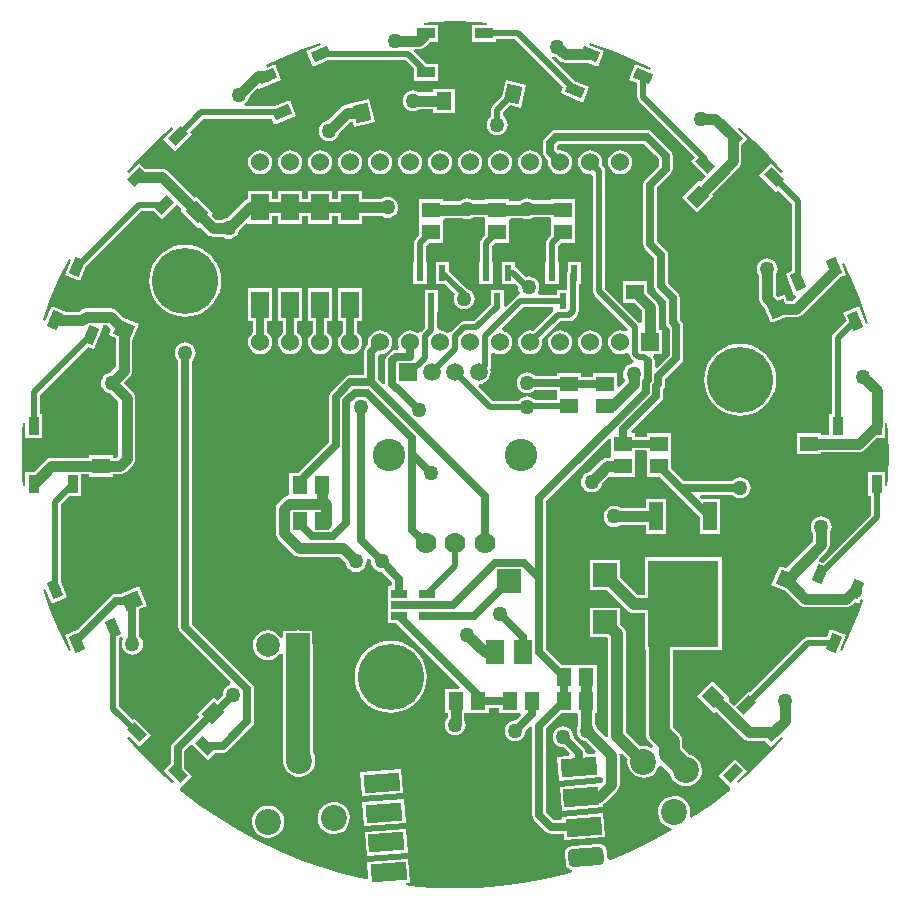
<source format=gtl>
G04 Layer_Physical_Order=1*
G04 Layer_Color=255*
%FSAX44Y44*%
%MOMM*%
G71*
G01*
G75*
%ADD10R,1.5000X1.3000*%
%ADD11R,6.0000X7.4000*%
%ADD12R,1.2000X2.4000*%
G04:AMPARAMS|DCode=13|XSize=1.5mm|YSize=0.9mm|CornerRadius=0mm|HoleSize=0mm|Usage=FLASHONLY|Rotation=315.000|XOffset=0mm|YOffset=0mm|HoleType=Round|Shape=Rectangle|*
%AMROTATEDRECTD13*
4,1,4,-0.8485,0.2121,-0.2121,0.8485,0.8485,-0.2121,0.2121,-0.8485,-0.8485,0.2121,0.0*
%
%ADD13ROTATEDRECTD13*%

G04:AMPARAMS|DCode=14|XSize=1.5mm|YSize=0.9mm|CornerRadius=0mm|HoleSize=0mm|Usage=FLASHONLY|Rotation=292.500|XOffset=0mm|YOffset=0mm|HoleType=Round|Shape=Rectangle|*
%AMROTATEDRECTD14*
4,1,4,-0.7028,0.5207,0.1287,0.8651,0.7028,-0.5207,-0.1287,-0.8651,-0.7028,0.5207,0.0*
%
%ADD14ROTATEDRECTD14*%

%ADD15R,0.9000X1.5000*%
G04:AMPARAMS|DCode=16|XSize=1.5mm|YSize=0.9mm|CornerRadius=0mm|HoleSize=0mm|Usage=FLASHONLY|Rotation=247.500|XOffset=0mm|YOffset=0mm|HoleType=Round|Shape=Rectangle|*
%AMROTATEDRECTD16*
4,1,4,-0.1287,0.8651,0.7028,0.5207,0.1287,-0.8651,-0.7028,-0.5207,-0.1287,0.8651,0.0*
%
%ADD16ROTATEDRECTD16*%

G04:AMPARAMS|DCode=17|XSize=1.5mm|YSize=0.9mm|CornerRadius=0mm|HoleSize=0mm|Usage=FLASHONLY|Rotation=225.000|XOffset=0mm|YOffset=0mm|HoleType=Round|Shape=Rectangle|*
%AMROTATEDRECTD17*
4,1,4,0.2121,0.8485,0.8485,0.2121,-0.2121,-0.8485,-0.8485,-0.2121,0.2121,0.8485,0.0*
%
%ADD17ROTATEDRECTD17*%

G04:AMPARAMS|DCode=18|XSize=1.5mm|YSize=0.9mm|CornerRadius=0mm|HoleSize=0mm|Usage=FLASHONLY|Rotation=202.500|XOffset=0mm|YOffset=0mm|HoleType=Round|Shape=Rectangle|*
%AMROTATEDRECTD18*
4,1,4,0.5207,0.7028,0.8651,-0.1287,-0.5207,-0.7028,-0.8651,0.1287,0.5207,0.7028,0.0*
%
%ADD18ROTATEDRECTD18*%

%ADD19R,1.5000X0.9000*%
G04:AMPARAMS|DCode=20|XSize=1.5mm|YSize=0.9mm|CornerRadius=0mm|HoleSize=0mm|Usage=FLASHONLY|Rotation=157.500|XOffset=0mm|YOffset=0mm|HoleType=Round|Shape=Rectangle|*
%AMROTATEDRECTD20*
4,1,4,0.8651,0.1287,0.5207,-0.7028,-0.8651,-0.1287,-0.5207,0.7028,0.8651,0.1287,0.0*
%
%ADD20ROTATEDRECTD20*%

%ADD21R,2.0000X2.0000*%
G04:AMPARAMS|DCode=22|XSize=1.5mm|YSize=1.3mm|CornerRadius=0mm|HoleSize=0mm|Usage=FLASHONLY|Rotation=315.000|XOffset=0mm|YOffset=0mm|HoleType=Round|Shape=Rectangle|*
%AMROTATEDRECTD22*
4,1,4,-0.9900,0.0707,-0.0707,0.9900,0.9900,-0.0707,0.0707,-0.9900,-0.9900,0.0707,0.0*
%
%ADD22ROTATEDRECTD22*%

G04:AMPARAMS|DCode=23|XSize=1.5mm|YSize=1.3mm|CornerRadius=0mm|HoleSize=0mm|Usage=FLASHONLY|Rotation=22.500|XOffset=0mm|YOffset=0mm|HoleType=Round|Shape=Rectangle|*
%AMROTATEDRECTD23*
4,1,4,-0.4442,-0.8875,-0.9416,0.3135,0.4442,0.8875,0.9416,-0.3135,-0.4442,-0.8875,0.0*
%
%ADD23ROTATEDRECTD23*%

G04:AMPARAMS|DCode=24|XSize=1.5mm|YSize=1.3mm|CornerRadius=0mm|HoleSize=0mm|Usage=FLASHONLY|Rotation=45.000|XOffset=0mm|YOffset=0mm|HoleType=Round|Shape=Rectangle|*
%AMROTATEDRECTD24*
4,1,4,-0.0707,-0.9900,-0.9900,-0.0707,0.0707,0.9900,0.9900,0.0707,-0.0707,-0.9900,0.0*
%
%ADD24ROTATEDRECTD24*%

G04:AMPARAMS|DCode=25|XSize=1.5mm|YSize=1.3mm|CornerRadius=0mm|HoleSize=0mm|Usage=FLASHONLY|Rotation=76.500|XOffset=0mm|YOffset=0mm|HoleType=Round|Shape=Rectangle|*
%AMROTATEDRECTD25*
4,1,4,0.4570,-0.8810,-0.8071,-0.5775,-0.4570,0.8810,0.8071,0.5775,0.4570,-0.8810,0.0*
%
%ADD25ROTATEDRECTD25*%

%ADD26R,1.3000X1.5000*%
G04:AMPARAMS|DCode=27|XSize=1.5mm|YSize=1.3mm|CornerRadius=0mm|HoleSize=0mm|Usage=FLASHONLY|Rotation=103.500|XOffset=0mm|YOffset=0mm|HoleType=Round|Shape=Rectangle|*
%AMROTATEDRECTD27*
4,1,4,0.8071,-0.5775,-0.4570,-0.8810,-0.8071,0.5775,0.4570,0.8810,0.8071,-0.5775,0.0*
%
%ADD27ROTATEDRECTD27*%

G04:AMPARAMS|DCode=28|XSize=1.5mm|YSize=1.3mm|CornerRadius=0mm|HoleSize=0mm|Usage=FLASHONLY|Rotation=157.500|XOffset=0mm|YOffset=0mm|HoleType=Round|Shape=Rectangle|*
%AMROTATEDRECTD28*
4,1,4,0.9416,0.3135,0.4442,-0.8875,-0.9416,-0.3135,-0.4442,0.8875,0.9416,0.3135,0.0*
%
%ADD28ROTATEDRECTD28*%

%ADD29R,1.5240X2.2860*%
%ADD30R,0.6000X1.3500*%
G04:AMPARAMS|DCode=31|XSize=0.7mm|YSize=1.3mm|CornerRadius=0mm|HoleSize=0mm|Usage=FLASHONLY|Rotation=89.863|XOffset=0mm|YOffset=0mm|HoleType=Round|Shape=Rectangle|*
%AMROTATEDRECTD31*
4,1,4,0.6492,-0.3516,-0.6508,-0.3484,-0.6492,0.3516,0.6508,0.3484,0.6492,-0.3516,0.0*
%
%ADD31ROTATEDRECTD31*%

G04:AMPARAMS|DCode=32|XSize=3mm|YSize=1.524mm|CornerRadius=0mm|HoleSize=0mm|Usage=FLASHONLY|Rotation=184.500|XOffset=0mm|YOffset=0mm|HoleType=Round|Shape=Rectangle|*
%AMROTATEDRECTD32*
4,1,4,1.4356,0.8773,1.5552,-0.6420,-1.4356,-0.8773,-1.5552,0.6420,1.4356,0.8773,0.0*
%
%ADD32ROTATEDRECTD32*%

G04:AMPARAMS|DCode=33|XSize=3mm|YSize=1.524mm|CornerRadius=0.381mm|HoleSize=0mm|Usage=FLASHONLY|Rotation=184.500|XOffset=0mm|YOffset=0mm|HoleType=Round|Shape=RoundedRectangle|*
%AMROUNDEDRECTD33*
21,1,3.0000,0.7620,0,0,184.5*
21,1,2.2380,1.5240,0,0,184.5*
1,1,0.7620,-1.1454,0.2920*
1,1,0.7620,1.0857,0.4676*
1,1,0.7620,1.1454,-0.2920*
1,1,0.7620,-1.0857,-0.4676*
%
%ADD33ROUNDEDRECTD33*%
%ADD34R,1.6000X2.0000*%
%ADD35C,0.6350*%
%ADD36C,0.8890*%
%ADD37C,1.7780*%
%ADD38C,0.5080*%
%ADD39C,1.0160*%
%ADD40C,2.0320*%
%ADD41C,1.7780*%
%ADD42C,1.5000*%
%ADD43R,1.5000X1.5000*%
%ADD44C,2.7500*%
%ADD45C,5.5880*%
%ADD46C,2.2000*%
%ADD47R,1.5240X1.5240*%
%ADD48C,1.5240*%
%ADD49R,2.0000X2.0000*%
%ADD50C,2.0000*%
%ADD51C,1.2700*%
G36*
X00597857Y01249560D02*
X00595724Y01244411D01*
X00601414Y01242055D01*
Y01217168D01*
X00597022Y01212776D01*
X00595849Y01212621D01*
X00593687Y01211725D01*
X00591830Y01210300D01*
X00590405Y01208443D01*
X00589509Y01206281D01*
X00589203Y01203960D01*
X00589509Y01201639D01*
X00590405Y01199477D01*
X00591830Y01197620D01*
X00593687Y01196195D01*
X00595849Y01195299D01*
X00597022Y01195144D01*
X00603825Y01188342D01*
Y01142108D01*
X00602262Y01140545D01*
X00599320D01*
Y01142540D01*
X00579240D01*
Y01140545D01*
X00547140D01*
X00545316Y01140305D01*
X00543617Y01139601D01*
X00542158Y01138482D01*
X00532217Y01128540D01*
X00525100D01*
Y01118540D01*
X00525095Y01118500D01*
X00525100Y01118460D01*
Y01116324D01*
X00523068Y01116244D01*
X00522474Y01123791D01*
X00521971Y01143000D01*
X00522474Y01162209D01*
X00523068Y01169756D01*
X00525100Y01169676D01*
Y01157460D01*
X00539180D01*
Y01177540D01*
X00537320D01*
Y01193879D01*
X00577912Y01234471D01*
X00583078Y01232331D01*
X00590763Y01250882D01*
X00590723Y01250899D01*
X00591120Y01252892D01*
X00594525D01*
X00597857Y01249560D01*
D02*
G37*
G36*
X00908209Y01509526D02*
X00915756Y01508932D01*
X00915676Y01506900D01*
X00903460D01*
Y01492820D01*
X00923540D01*
Y01494680D01*
X00939879D01*
X00980471Y01454088D01*
X00978331Y01448922D01*
X00996882Y01441237D01*
X01002271Y01454246D01*
X00989797Y01459412D01*
X00970633Y01478576D01*
X00971784Y01480299D01*
X00973039Y01479779D01*
X00974212Y01479624D01*
X00976747Y01477090D01*
X00978206Y01475970D01*
X00979905Y01475266D01*
X00981729Y01475026D01*
X01001542D01*
X01009511Y01471725D01*
X01014899Y01484733D01*
X01002309Y01489948D01*
X01003037Y01491846D01*
X01020531Y01485651D01*
X01038284Y01478297D01*
X01055030Y01470310D01*
X01054203Y01468453D01*
X01041618Y01473666D01*
X01036230Y01460658D01*
X01043020Y01457845D01*
Y01446080D01*
X01043414Y01444098D01*
X01044537Y01442418D01*
X01092054Y01394901D01*
X01088602Y01391449D01*
X01101326Y01378725D01*
X01097350Y01374749D01*
X01095318D01*
X01094924Y01375143D01*
X01080725Y01360944D01*
X01093510Y01348160D01*
X01107708Y01362358D01*
X01106298Y01363769D01*
X01128996Y01386467D01*
X01130115Y01387926D01*
X01130819Y01389626D01*
X01131059Y01391449D01*
Y01405509D01*
X01136091Y01410541D01*
X01129020Y01417612D01*
X01128996Y01417644D01*
X01127505Y01419134D01*
X01128886Y01420627D01*
X01134590Y01415755D01*
X01148529Y01402529D01*
X01161756Y01388590D01*
X01166671Y01382835D01*
X01165178Y01381454D01*
X01156541Y01390091D01*
X01146585Y01380135D01*
X01160783Y01365937D01*
X01162099Y01367252D01*
X01173795Y01355556D01*
Y01298521D01*
X01168687Y01296457D01*
X01176209Y01277839D01*
X01176492Y01277953D01*
X01177614Y01276259D01*
X01174874Y01273520D01*
X01170218D01*
X01168086Y01278669D01*
X01162396Y01276312D01*
X01160205Y01278503D01*
Y01295058D01*
X01160925Y01295997D01*
X01161821Y01298159D01*
X01162127Y01300480D01*
X01161821Y01302801D01*
X01160925Y01304963D01*
X01159500Y01306820D01*
X01157643Y01308245D01*
X01155481Y01309141D01*
X01153160Y01309447D01*
X01150839Y01309141D01*
X01148677Y01308245D01*
X01146820Y01306820D01*
X01145395Y01304963D01*
X01144499Y01302801D01*
X01144193Y01300480D01*
X01144499Y01298159D01*
X01145395Y01295997D01*
X01146115Y01295058D01*
Y01275584D01*
X01146355Y01273761D01*
X01146746Y01272816D01*
X01147058Y01272062D01*
X01148178Y01270603D01*
X01150763Y01268018D01*
X01156453Y01254280D01*
X01168883Y01259429D01*
X01177793D01*
X01179616Y01259669D01*
X01181315Y01260373D01*
X01182774Y01261493D01*
X01214554Y01293272D01*
X01214620Y01293358D01*
X01219861Y01295476D01*
X01216188Y01304565D01*
X01218049Y01305384D01*
X01224297Y01292284D01*
X01231651Y01274531D01*
X01238065Y01256418D01*
X01238704Y01254260D01*
X01236784Y01253590D01*
X01230694Y01268661D01*
X01217639Y01263387D01*
X01220412Y01256524D01*
X01209198Y01245310D01*
X01209198Y01245310D01*
X01208075Y01243629D01*
X01207681Y01241647D01*
Y01177540D01*
X01205820D01*
Y01159545D01*
X01198760D01*
Y01161540D01*
X01178680D01*
Y01143460D01*
X01198760D01*
Y01145455D01*
X01230860D01*
X01232684Y01145695D01*
X01234383Y01146399D01*
X01235842Y01147518D01*
X01245783Y01157460D01*
X01252900D01*
Y01167460D01*
X01252905Y01167500D01*
Y01169609D01*
X01254937Y01169689D01*
X01255526Y01162209D01*
X01256029Y01143000D01*
X01255526Y01123791D01*
X01254932Y01116244D01*
X01252900Y01116324D01*
Y01128540D01*
X01238820D01*
Y01108460D01*
X01240680D01*
Y01092121D01*
X01200088Y01051529D01*
X01197440Y01052626D01*
X01197044Y01054619D01*
X01203862Y01061437D01*
X01204981Y01062896D01*
X01205685Y01064595D01*
X01205925Y01066419D01*
Y01076618D01*
X01206645Y01077557D01*
X01207541Y01079719D01*
X01207847Y01082040D01*
X01207541Y01084361D01*
X01206645Y01086523D01*
X01205220Y01088380D01*
X01203363Y01089805D01*
X01201201Y01090701D01*
X01198880Y01091007D01*
X01196559Y01090701D01*
X01194397Y01089805D01*
X01192540Y01088380D01*
X01191115Y01086523D01*
X01190219Y01084361D01*
X01189913Y01082040D01*
X01190219Y01079719D01*
X01191115Y01077557D01*
X01191835Y01076618D01*
Y01069337D01*
X01169414Y01046916D01*
X01163724Y01049273D01*
X01156805Y01032569D01*
X01169235Y01027421D01*
X01180558Y01016098D01*
X01182017Y01014979D01*
X01183716Y01014275D01*
X01185539Y01014035D01*
X01220080D01*
X01221904Y01014275D01*
X01223603Y01014979D01*
X01225062Y01016098D01*
X01227432Y01018468D01*
X01230733Y01017101D01*
X01232336Y01020971D01*
X01232961Y01021255D01*
X01234588Y01019762D01*
X01231651Y01011469D01*
X01224297Y00993716D01*
X01216310Y00976970D01*
X01214453Y00977797D01*
X01219666Y00990382D01*
X01206658Y00995770D01*
X01203845Y00988980D01*
X01187808D01*
X01185826Y00988586D01*
X01184145Y00987463D01*
X01138764Y00942082D01*
X01137449Y00943398D01*
X01124725Y00930674D01*
X01120749Y00934650D01*
Y00936682D01*
X01121143Y00937076D01*
X01106944Y00951275D01*
X01094160Y00938490D01*
X01108358Y00924292D01*
X01109769Y00925702D01*
X01132467Y00903004D01*
X01133926Y00901885D01*
X01135626Y00901181D01*
X01137449Y00900941D01*
X01151509D01*
X01156541Y00895909D01*
X01163612Y00902980D01*
X01163644Y00903004D01*
X01165134Y00904495D01*
X01166628Y00903114D01*
X01161756Y00897410D01*
X01148529Y00883472D01*
X01134590Y00870245D01*
X01128835Y00865329D01*
X01127454Y00866822D01*
X01136091Y00875459D01*
X01126135Y00885415D01*
X01111937Y00871217D01*
X01121455Y00861698D01*
X01121758Y00859284D01*
X01119979Y00857765D01*
X01104734Y00846068D01*
X01089074Y00835305D01*
X01088801Y00835389D01*
X01087591Y00837110D01*
X01087662Y00837295D01*
X01088035Y00840841D01*
X01087477Y00844362D01*
X01086027Y00847619D01*
X01083783Y00850390D01*
X01080899Y00852485D01*
X01077570Y00853763D01*
X01074025Y00854136D01*
X01070504Y00853578D01*
X01067247Y00852128D01*
X01064476Y00849884D01*
X01062381Y00847000D01*
X01061103Y00843672D01*
X01060730Y00840126D01*
X01061288Y00836605D01*
X01062738Y00833348D01*
X01064982Y00830577D01*
X01067866Y00828482D01*
X01071194Y00827204D01*
X01071393Y00827183D01*
X01072376Y00825324D01*
X01072327Y00825042D01*
X01055628Y00815975D01*
X01038284Y00807702D01*
X01020531Y00800349D01*
X01019679Y00800047D01*
X01017675Y00801493D01*
X01017175Y00807853D01*
X01016489Y00810285D01*
X01014925Y00812268D01*
X01012721Y00813503D01*
X01010212Y00813800D01*
X00987902Y00812044D01*
X00985470Y00811358D01*
X00983486Y00809794D01*
X00982252Y00807590D01*
X00981955Y00805081D01*
X00982553Y00797485D01*
X00983239Y00795053D01*
X00984802Y00793070D01*
X00987007Y00791835D01*
X00987842Y00791736D01*
X00988018Y00789669D01*
X00983994Y00788477D01*
X00965310Y00783992D01*
X00946416Y00780490D01*
X00927365Y00777982D01*
X00908209Y00776474D01*
X00889000Y00775971D01*
X00869791Y00776474D01*
X00850635Y00777982D01*
X00847192Y00778435D01*
X00847245Y00780466D01*
X00851024Y00780764D01*
X00849429Y00801021D01*
X00814457Y00798269D01*
X00815493Y00785112D01*
X00813983Y00783752D01*
X00812690Y00783992D01*
X00794006Y00788477D01*
X00775582Y00793935D01*
X00757469Y00800349D01*
X00739716Y00807702D01*
X00722372Y00815975D01*
X00705486Y00825144D01*
X00689102Y00835184D01*
X00673266Y00846068D01*
X00658021Y00857765D01*
X00656242Y00859284D01*
X00656545Y00861698D01*
X00666063Y00871217D01*
X00659813Y00877467D01*
Y00892137D01*
X00664840Y00897165D01*
X00666872Y00897165D01*
X00679442Y00884595D01*
X00685692Y00890845D01*
X00692417D01*
X00694647Y00891289D01*
X00696537Y00892552D01*
X00717225Y00913240D01*
X00718488Y00915130D01*
X00718932Y00917360D01*
Y00944798D01*
X00718488Y00947027D01*
X00717225Y00948918D01*
X00666227Y00999916D01*
Y01222626D01*
X00666740Y01223020D01*
X00668165Y01224877D01*
X00669061Y01227039D01*
X00669367Y01229360D01*
X00669061Y01231681D01*
X00668165Y01233843D01*
X00666740Y01235700D01*
X00664883Y01237125D01*
X00662721Y01238021D01*
X00660400Y01238327D01*
X00658079Y01238021D01*
X00655917Y01237125D01*
X00654060Y01235700D01*
X00652635Y01233843D01*
X00651739Y01231681D01*
X00651433Y01229360D01*
X00651739Y01227039D01*
X00652635Y01224877D01*
X00654060Y01223020D01*
X00654573Y01222626D01*
Y00997503D01*
X00655017Y00995273D01*
X00656280Y00993382D01*
X00699323Y00950339D01*
X00698442Y00948346D01*
X00696557Y00947565D01*
X00694700Y00946140D01*
X00693275Y00944283D01*
X00692379Y00942121D01*
X00692073Y00939800D01*
X00692158Y00939158D01*
X00687665Y00934666D01*
X00684490Y00937840D01*
X00670292Y00923642D01*
X00672564Y00921370D01*
X00649866Y00898671D01*
X00648603Y00896781D01*
X00648159Y00894551D01*
Y00881710D01*
X00641909Y00875459D01*
X00650546Y00866822D01*
X00649165Y00865329D01*
X00643410Y00870245D01*
X00629472Y00883472D01*
X00616245Y00897410D01*
X00611329Y00903165D01*
X00612822Y00904546D01*
X00621459Y00895909D01*
X00631415Y00905865D01*
X00617217Y00920063D01*
X00615901Y00918748D01*
X00604348Y00930301D01*
Y00987708D01*
X00606418Y00988565D01*
X00607361Y00987759D01*
X00607846Y00986957D01*
X00607069Y00985081D01*
X00606764Y00982760D01*
X00607069Y00980440D01*
X00607965Y00978277D01*
X00609390Y00976420D01*
X00611247Y00974995D01*
X00613410Y00974099D01*
X00615731Y00973794D01*
X00618051Y00974099D01*
X00620214Y00974995D01*
X00622071Y00976420D01*
X00623496Y00978277D01*
X00624392Y00980440D01*
X00624697Y00982760D01*
X00624392Y00985081D01*
X00623496Y00987244D01*
X00622071Y00989101D01*
X00621558Y00989495D01*
Y01012154D01*
X00628466Y01015015D01*
X00621547Y01031719D01*
X00606175Y01025352D01*
X00601947D01*
X00599717Y01024908D01*
X00597827Y01023645D01*
X00568969Y00994787D01*
X00558334Y00990382D01*
X00563547Y00977797D01*
X00561690Y00976970D01*
X00553703Y00993716D01*
X00546349Y01011469D01*
X00540154Y01028963D01*
X00542052Y01029691D01*
X00547267Y01017101D01*
X00560275Y01022489D01*
X00555108Y01034963D01*
Y01101143D01*
X00562425Y01108460D01*
X00572180D01*
Y01126455D01*
X00579240D01*
Y01124460D01*
X00599320D01*
Y01126455D01*
X00605180D01*
X00607003Y01126695D01*
X00608703Y01127399D01*
X00610162Y01128518D01*
X00615852Y01134208D01*
X00616971Y01135667D01*
X00617675Y01137367D01*
X00617915Y01139190D01*
Y01191260D01*
X00617675Y01193083D01*
X00616971Y01194783D01*
X00615852Y01196242D01*
X00608134Y01203960D01*
X00613441Y01209268D01*
X00614561Y01210727D01*
X00615265Y01212426D01*
X00615505Y01214249D01*
Y01239694D01*
X00621195Y01253431D01*
X00608765Y01258579D01*
X00602425Y01264919D01*
X00600966Y01266038D01*
X00599267Y01266742D01*
X00597444Y01266982D01*
X00576236D01*
X00574412Y01266742D01*
X00572713Y01266038D01*
X00571254Y01264919D01*
X00570310Y01263974D01*
X00559156D01*
X00547267Y01268899D01*
X00542052Y01256309D01*
X00540154Y01257037D01*
X00546349Y01274531D01*
X00553703Y01292284D01*
X00561690Y01309030D01*
X00563547Y01308203D01*
X00558334Y01295618D01*
X00571342Y01290230D01*
X00576509Y01302703D01*
X00623306Y01349500D01*
X00633653D01*
X00640551Y01342602D01*
X00653275Y01355326D01*
X00657252Y01351350D01*
Y01349318D01*
X00656857Y01348924D01*
X00671056Y01334725D01*
X00671450Y01335120D01*
X00673482D01*
X00678814Y01329788D01*
X00680273Y01328669D01*
X00681972Y01327965D01*
X00683795Y01327725D01*
X00691808D01*
X00692747Y01327005D01*
X00694909Y01326109D01*
X00697230Y01325803D01*
X00699551Y01326109D01*
X00701713Y01327005D01*
X00703570Y01328430D01*
X00704995Y01330287D01*
X00705891Y01332449D01*
X00706046Y01333622D01*
X00711863Y01339439D01*
X00713740Y01338661D01*
Y01338580D01*
X00734060D01*
Y01345505D01*
X00739140D01*
Y01338580D01*
X00759460D01*
Y01345505D01*
X00764540D01*
Y01338580D01*
X00784860D01*
Y01345505D01*
X00789940D01*
Y01338580D01*
X00810260D01*
Y01345505D01*
X00826428D01*
X00827367Y01344785D01*
X00829529Y01343889D01*
X00831850Y01343583D01*
X00834171Y01343889D01*
X00836333Y01344785D01*
X00838190Y01346210D01*
X00839615Y01348067D01*
X00840511Y01350229D01*
X00840817Y01352550D01*
X00840511Y01354871D01*
X00839615Y01357033D01*
X00838190Y01358890D01*
X00836333Y01360315D01*
X00834171Y01361211D01*
X00831850Y01361517D01*
X00829529Y01361211D01*
X00827367Y01360315D01*
X00826428Y01359595D01*
X00810260D01*
Y01366520D01*
X00789940D01*
Y01359595D01*
X00784860D01*
Y01366520D01*
X00764540D01*
Y01359595D01*
X00759460D01*
Y01366520D01*
X00739140D01*
Y01359595D01*
X00734060D01*
Y01366520D01*
X00713740D01*
Y01359428D01*
X00713187Y01359355D01*
X00711487Y01358651D01*
X00710028Y01357532D01*
X00696082Y01343586D01*
X00694909Y01343431D01*
X00692747Y01342535D01*
X00691808Y01341815D01*
X00686714D01*
X00683446Y01345083D01*
Y01347115D01*
X00683840Y01347510D01*
X00669642Y01361708D01*
X00668231Y01360298D01*
X00645533Y01382996D01*
X00644073Y01384115D01*
X00642374Y01384819D01*
X00640551Y01385059D01*
X00626491D01*
X00621459Y01390091D01*
X00614388Y01383020D01*
X00614356Y01382996D01*
X00614332Y01382964D01*
X00612822Y01381454D01*
X00611329Y01382835D01*
X00616245Y01388590D01*
X00629472Y01402529D01*
X00643410Y01415755D01*
X00649165Y01420671D01*
X00650546Y01419178D01*
X00641909Y01410541D01*
X00651865Y01400585D01*
X00666063Y01414783D01*
X00664748Y01416099D01*
X00676301Y01427652D01*
X00733708D01*
X00735848Y01422486D01*
X00754399Y01430170D01*
X00749011Y01443178D01*
X00736537Y01438011D01*
X00711029D01*
X00710603Y01440035D01*
X00712460Y01441460D01*
X00713885Y01443317D01*
X00714781Y01445479D01*
X00714936Y01446652D01*
X00721583Y01453299D01*
X00723219Y01452974D01*
X00723219Y01452974D01*
X00741770Y01460658D01*
X00736382Y01473666D01*
X00729656Y01470880D01*
X00729262Y01471060D01*
X00729243Y01473302D01*
X00739716Y01478297D01*
X00757469Y01485651D01*
X00774963Y01491846D01*
X00775691Y01489948D01*
X00763101Y01484733D01*
X00768489Y01471725D01*
X00780963Y01476892D01*
X00847143D01*
X00854460Y01469575D01*
Y01459820D01*
X00874540D01*
Y01473900D01*
X00864785D01*
X00854242Y01484443D01*
X00855084Y01486475D01*
X00858160D01*
X00859983Y01486715D01*
X00859983Y01486715D01*
X00859983Y01486715D01*
X00860808Y01487056D01*
X00861682Y01487419D01*
X00861682Y01487419D01*
X00861683Y01487419D01*
X00863141Y01488538D01*
X00867423Y01492820D01*
X00874540D01*
Y01506900D01*
X00864541D01*
X00864501Y01506905D01*
X00864460Y01506900D01*
X00862324D01*
X00862244Y01508932D01*
X00869791Y01509526D01*
X00889000Y01510029D01*
X00908209Y01509526D01*
D02*
G37*
%LPC*%
G36*
X00759460Y01283970D02*
X00739140D01*
Y01256030D01*
X00743473D01*
Y01246585D01*
X00742054Y01245496D01*
X00740425Y01243374D01*
X00739401Y01240902D01*
X00739052Y01238250D01*
X00739401Y01235598D01*
X00740425Y01233126D01*
X00742054Y01231004D01*
X00744176Y01229375D01*
X00746648Y01228352D01*
X00749300Y01228002D01*
X00751952Y01228352D01*
X00754424Y01229375D01*
X00756546Y01231004D01*
X00758175Y01233126D01*
X00759199Y01235598D01*
X00759548Y01238250D01*
X00759199Y01240902D01*
X00758175Y01243374D01*
X00756546Y01245496D01*
X00755127Y01246585D01*
Y01256030D01*
X00759460D01*
Y01283970D01*
D02*
G37*
G36*
X00734060D02*
X00713740D01*
Y01256030D01*
X00718073D01*
Y01246585D01*
X00716654Y01245496D01*
X00715025Y01243374D01*
X00714001Y01240902D01*
X00713652Y01238250D01*
X00714001Y01235598D01*
X00715025Y01233126D01*
X00716654Y01231004D01*
X00718776Y01229375D01*
X00721248Y01228352D01*
X00723900Y01228002D01*
X00726552Y01228352D01*
X00729024Y01229375D01*
X00731146Y01231004D01*
X00732775Y01233126D01*
X00733799Y01235598D01*
X00734148Y01238250D01*
X00733799Y01240902D01*
X00732775Y01243374D01*
X00731146Y01245496D01*
X00729727Y01246585D01*
Y01256030D01*
X00734060D01*
Y01283970D01*
D02*
G37*
G36*
X01051368Y01418067D02*
X00974090D01*
X00971860Y01417623D01*
X00969970Y01416360D01*
X00964890Y01411280D01*
X00963627Y01409390D01*
X00963183Y01407160D01*
Y01399540D01*
X00963627Y01397310D01*
X00964890Y01395420D01*
X00967886Y01392424D01*
X00967652Y01390650D01*
X00968001Y01387998D01*
X00969025Y01385526D01*
X00970654Y01383404D01*
X00972776Y01381775D01*
X00975248Y01380751D01*
X00977900Y01380402D01*
X00980552Y01380751D01*
X00983024Y01381775D01*
X00985146Y01383404D01*
X00986775Y01385526D01*
X00987798Y01387998D01*
X00988148Y01390650D01*
X00987798Y01393302D01*
X00986775Y01395774D01*
X00985146Y01397896D01*
X00983024Y01399525D01*
X00980552Y01400549D01*
X00977900Y01400898D01*
X00976347Y01400693D01*
X00974837Y01402088D01*
Y01404746D01*
X00976504Y01406413D01*
X01048955D01*
X01061608Y01393760D01*
Y01387540D01*
X01049980Y01375912D01*
X01048717Y01374021D01*
X01048273Y01371792D01*
Y01321775D01*
X01048717Y01319545D01*
X01049980Y01317654D01*
X01057678Y01309956D01*
Y01285656D01*
X01058122Y01283426D01*
X01059385Y01281535D01*
X01067323Y01273597D01*
Y01255095D01*
X01067767Y01252865D01*
X01069030Y01250974D01*
X01070498Y01249506D01*
Y01226994D01*
X01059899Y01216395D01*
X01058022Y01217173D01*
Y01222432D01*
X01057578Y01224662D01*
X01056646Y01226058D01*
X01057264Y01227738D01*
X01057546Y01228090D01*
X01064260D01*
Y01248410D01*
X01061145D01*
Y01268120D01*
X01060905Y01269943D01*
X01060201Y01271643D01*
X01059082Y01273102D01*
X01051440Y01280743D01*
Y01289860D01*
X01031360D01*
Y01271780D01*
X01040477D01*
X01047055Y01265202D01*
Y01255288D01*
X01045194Y01254657D01*
X01045023Y01254652D01*
X01016099Y01283575D01*
Y01383030D01*
X01015705Y01385012D01*
X01014583Y01386693D01*
X01013208Y01388067D01*
X01013548Y01390650D01*
X01013198Y01393302D01*
X01012175Y01395774D01*
X01010546Y01397896D01*
X01008424Y01399525D01*
X01005952Y01400549D01*
X01003300Y01400898D01*
X01000648Y01400549D01*
X00998176Y01399525D01*
X00996054Y01397896D01*
X00994425Y01395774D01*
X00993401Y01393302D01*
X00993052Y01390650D01*
X00993401Y01387998D01*
X00994425Y01385526D01*
X00996054Y01383404D01*
X00998176Y01381775D01*
X01000648Y01380751D01*
X01003300Y01380402D01*
X01004213Y01380522D01*
X01005741Y01379183D01*
Y01281430D01*
X01006135Y01279448D01*
X01007258Y01277767D01*
X01035353Y01249672D01*
X01035215Y01248619D01*
X01034908Y01248289D01*
X01033043Y01247448D01*
X01031352Y01248148D01*
X01028700Y01248498D01*
X01026048Y01248148D01*
X01023576Y01247125D01*
X01021454Y01245496D01*
X01019825Y01243374D01*
X01018801Y01240902D01*
X01018452Y01238250D01*
X01018801Y01235598D01*
X01019825Y01233126D01*
X01021454Y01231004D01*
X01023576Y01229375D01*
X01026048Y01228352D01*
X01028700Y01228002D01*
X01031352Y01228352D01*
X01033824Y01229375D01*
X01034189Y01229655D01*
X01036220Y01228653D01*
Y01228526D01*
X01036615Y01226544D01*
X01037738Y01224863D01*
X01040104Y01222497D01*
X01039306Y01220438D01*
X01037809Y01220241D01*
X01035647Y01219345D01*
X01033790Y01217920D01*
X01032365Y01216063D01*
X01031469Y01213901D01*
X01031163Y01211580D01*
X01031469Y01209259D01*
X01032365Y01207097D01*
X01033085Y01206158D01*
Y01205608D01*
X01027917Y01200441D01*
X01026040Y01201218D01*
Y01212340D01*
X01005960D01*
Y01209127D01*
X00995560D01*
Y01212340D01*
X00975480D01*
Y01209787D01*
X00956694D01*
X00956300Y01210300D01*
X00954443Y01211725D01*
X00952281Y01212621D01*
X00949960Y01212927D01*
X00947639Y01212621D01*
X00945477Y01211725D01*
X00943620Y01210300D01*
X00942195Y01208443D01*
X00941299Y01206281D01*
X00940993Y01203960D01*
X00941299Y01201639D01*
X00942195Y01199477D01*
X00943620Y01197620D01*
X00945477Y01196195D01*
X00947639Y01195299D01*
X00949960Y01194993D01*
X00952281Y01195299D01*
X00954443Y01196195D01*
X00956300Y01197620D01*
X00956694Y01198133D01*
X00975480D01*
Y01194260D01*
X00975480D01*
Y01193340D01*
X00975480D01*
Y01189479D01*
X00956685D01*
X00956300Y01189980D01*
X00954443Y01191405D01*
X00952281Y01192301D01*
X00949960Y01192607D01*
X00947639Y01192301D01*
X00945477Y01191405D01*
X00943620Y01189980D01*
X00942729Y01188820D01*
X00920505D01*
X00908426Y01200899D01*
X00908776Y01202102D01*
X00909287Y01202911D01*
X00911621Y01203218D01*
X00914063Y01204230D01*
X00916161Y01205839D01*
X00917770Y01207936D01*
X00918782Y01210379D01*
X00919127Y01213000D01*
X00918782Y01215621D01*
X00918732Y01215740D01*
X00919185Y01216418D01*
X00919579Y01218400D01*
Y01228653D01*
X00921611Y01229655D01*
X00921976Y01229375D01*
X00924448Y01228352D01*
X00927100Y01228002D01*
X00929752Y01228352D01*
X00932224Y01229375D01*
X00934346Y01231004D01*
X00935975Y01233126D01*
X00936999Y01235598D01*
X00937348Y01238250D01*
X00936999Y01240902D01*
X00935975Y01243374D01*
X00934346Y01245496D01*
X00932224Y01247125D01*
X00929752Y01248148D01*
X00929297Y01248208D01*
X00928568Y01250354D01*
X00946275Y01268061D01*
X00971846D01*
X00972192Y01267646D01*
X00971998Y01265072D01*
X00955083Y01248158D01*
X00952500Y01248498D01*
X00949848Y01248148D01*
X00947376Y01247125D01*
X00945254Y01245496D01*
X00943625Y01243374D01*
X00942601Y01240902D01*
X00942252Y01238250D01*
X00942601Y01235598D01*
X00943625Y01233126D01*
X00945254Y01231004D01*
X00947376Y01229375D01*
X00949848Y01228352D01*
X00952500Y01228002D01*
X00955152Y01228352D01*
X00957624Y01229375D01*
X00959746Y01231004D01*
X00961375Y01233126D01*
X00962399Y01235598D01*
X00962748Y01238250D01*
X00962408Y01240833D01*
X00977805Y01256230D01*
X00985544D01*
X00987526Y01256625D01*
X00989207Y01257747D01*
X00992182Y01260723D01*
X00992182Y01260723D01*
X00993305Y01262404D01*
X00993699Y01264386D01*
Y01287950D01*
X00995480D01*
Y01306530D01*
X00984400D01*
Y01298798D01*
X00983735Y01297802D01*
X00983341Y01295820D01*
Y01282530D01*
X00974900D01*
Y01278419D01*
X00959763D01*
X00958761Y01280452D01*
X00958995Y01280757D01*
X00959891Y01282919D01*
X00960197Y01285240D01*
X00959891Y01287561D01*
X00958995Y01289723D01*
X00957570Y01291580D01*
X00955713Y01293005D01*
X00953551Y01293901D01*
X00951230Y01294207D01*
X00948909Y01293901D01*
X00948707Y01293818D01*
X00941622Y01300903D01*
X00939942Y01302025D01*
X00939600Y01302093D01*
Y01306530D01*
X00928520D01*
Y01287950D01*
X00939600D01*
X00939600Y01287950D01*
Y01287950D01*
X00941089Y01286786D01*
X00942307Y01285569D01*
X00942263Y01285240D01*
X00942569Y01282919D01*
X00943465Y01280757D01*
X00943729Y01280412D01*
X00942886Y01278172D01*
X00942147Y01278025D01*
X00940467Y01276902D01*
X00931977Y01268413D01*
X00930100Y01269190D01*
Y01282530D01*
X00919020D01*
Y01270345D01*
X00904805Y01256130D01*
X00896440D01*
X00896440Y01256130D01*
X00894457Y01255735D01*
X00892777Y01254613D01*
X00885338Y01247173D01*
X00885076Y01246781D01*
X00884968Y01246690D01*
X00882466Y01246325D01*
X00881424Y01247125D01*
X00878952Y01248148D01*
X00876300Y01248498D01*
X00875827Y01248436D01*
X00873859Y01250226D01*
Y01263950D01*
X00874220D01*
Y01282530D01*
X00863140D01*
Y01263950D01*
X00863501D01*
Y01250736D01*
X00859938Y01247173D01*
X00859676Y01246781D01*
X00859568Y01246690D01*
X00857066Y01246325D01*
X00856024Y01247125D01*
X00853552Y01248148D01*
X00850900Y01248498D01*
X00848248Y01248148D01*
X00845776Y01247125D01*
X00843654Y01245496D01*
X00842025Y01243374D01*
X00841002Y01240902D01*
X00840652Y01238250D01*
X00841002Y01235598D01*
X00841633Y01234074D01*
X00840455Y01232042D01*
X00839133D01*
X00836903Y01231598D01*
X00835013Y01230335D01*
X00831665Y01226987D01*
X00830402Y01225097D01*
X00829958Y01222867D01*
Y01203421D01*
X00829274Y01202907D01*
X00828014Y01202492D01*
X00823497Y01207009D01*
Y01226217D01*
X00825500Y01228002D01*
X00828152Y01228352D01*
X00830624Y01229375D01*
X00832746Y01231004D01*
X00834375Y01233126D01*
X00835398Y01235598D01*
X00835748Y01238250D01*
X00835398Y01240902D01*
X00834375Y01243374D01*
X00832746Y01245496D01*
X00830624Y01247125D01*
X00828152Y01248148D01*
X00825500Y01248498D01*
X00822848Y01248148D01*
X00820376Y01247125D01*
X00818254Y01245496D01*
X00816625Y01243374D01*
X00815602Y01240902D01*
X00815252Y01238250D01*
X00815486Y01236476D01*
X00813549Y01234540D01*
X00812286Y01232650D01*
X00811843Y01230420D01*
Y01210422D01*
X00800310D01*
X00798080Y01209978D01*
X00796190Y01208715D01*
X00783915Y01196440D01*
X00782652Y01194550D01*
X00782208Y01192320D01*
Y01153669D01*
X00756179Y01127640D01*
X00748540D01*
Y01108650D01*
X00748187D01*
X00746363Y01108410D01*
X00744664Y01107706D01*
X00743205Y01106587D01*
X00739113Y01102495D01*
X00737993Y01101036D01*
X00737290Y01099337D01*
X00737050Y01097513D01*
Y01076727D01*
X00737290Y01074903D01*
X00737993Y01073204D01*
X00739113Y01071745D01*
X00752095Y01058763D01*
X00753554Y01057644D01*
X00755253Y01056940D01*
X00757077Y01056700D01*
X00791347D01*
X00796364Y01051682D01*
X00796519Y01050509D01*
X00797415Y01048347D01*
X00798840Y01046490D01*
X00800697Y01045065D01*
X00802859Y01044169D01*
X00805180Y01043863D01*
X00807501Y01044169D01*
X00809663Y01045065D01*
X00811520Y01046490D01*
X00812945Y01048347D01*
X00813841Y01050509D01*
X00814147Y01052830D01*
X00813918Y01054568D01*
X00815736Y01055623D01*
X00817888Y01053472D01*
X00817803Y01052830D01*
X00818109Y01050509D01*
X00819005Y01048347D01*
X00820430Y01046490D01*
X00822287Y01045065D01*
X00824449Y01044169D01*
X00826770Y01043863D01*
X00827412Y01043948D01*
X00835636Y01035723D01*
Y01033021D01*
X00834197Y01031586D01*
X00832437Y01031590D01*
X00832415Y01022091D01*
X00832414Y01022091D01*
X00832414D01*
X00832392Y01012591D01*
X00832392Y01012590D01*
X00832392D01*
X00832363Y01000510D01*
X00839211Y01000494D01*
X00893068Y00946637D01*
X00892290Y00944760D01*
X00880620D01*
Y00924680D01*
X00882615D01*
Y00920682D01*
X00881235Y00918883D01*
X00880339Y00916721D01*
X00880033Y00914400D01*
X00880339Y00912079D01*
X00881235Y00909917D01*
X00882660Y00908060D01*
X00884517Y00906635D01*
X00886679Y00905739D01*
X00889000Y00905433D01*
X00891321Y00905739D01*
X00893483Y00906635D01*
X00895340Y00908060D01*
X00896765Y00909917D01*
X00897661Y00912079D01*
X00897967Y00914400D01*
X00897661Y00916721D01*
X00896765Y00918883D01*
X00896705Y00918962D01*
Y00924590D01*
X00898700Y00924680D01*
X00899620D01*
Y00924680D01*
X00900732Y00924680D01*
X00917700D01*
Y00928893D01*
X00926340D01*
Y00924680D01*
X00944046D01*
X00945218Y00922979D01*
X00940442Y00918202D01*
X00939800Y00918287D01*
X00937479Y00917981D01*
X00935317Y00917085D01*
X00933460Y00915660D01*
X00932035Y00913803D01*
X00931139Y00911641D01*
X00930833Y00909320D01*
X00931139Y00906999D01*
X00932035Y00904837D01*
X00933460Y00902980D01*
X00935317Y00901555D01*
X00937479Y00900659D01*
X00939800Y00900353D01*
X00942121Y00900659D01*
X00944283Y00901555D01*
X00946140Y00902980D01*
X00947565Y00904837D01*
X00948461Y00906999D01*
X00948767Y00909320D01*
X00948682Y00909962D01*
X00952261Y00913540D01*
X00954293Y00912699D01*
Y00838200D01*
X00954737Y00835970D01*
X00956000Y00834080D01*
X00966209Y00823870D01*
X00968099Y00822607D01*
X00970329Y00822164D01*
X00980735D01*
X00981182Y00816486D01*
X01016154Y00819238D01*
X01014560Y00839496D01*
X00979588Y00836743D01*
X00979701Y00835310D01*
X00978321Y00833818D01*
X00972743D01*
X00965947Y00840614D01*
Y00911327D01*
X00979301Y00924680D01*
X00989028D01*
X00990140Y00924680D01*
X00991618Y00924680D01*
X00993055Y00923243D01*
Y00913882D01*
X00992995Y00913803D01*
X00992099Y00911641D01*
X00991793Y00909320D01*
X00992099Y00906999D01*
X00992995Y00904837D01*
X00994420Y00902980D01*
X00996277Y00901555D01*
X00998439Y00900659D01*
X00999612Y00900504D01*
X01008305Y00891812D01*
X01007602Y00889905D01*
X01001204Y00889402D01*
X00999712Y00890781D01*
Y00890795D01*
X00999269Y00893025D01*
X00998006Y00894915D01*
X00989322Y00903598D01*
X00989407Y00904240D01*
X00989101Y00906561D01*
X00988205Y00908723D01*
X00986780Y00910580D01*
X00984923Y00912005D01*
X00982761Y00912901D01*
X00980440Y00913207D01*
X00978119Y00912901D01*
X00975957Y00912005D01*
X00974100Y00910580D01*
X00972675Y00908723D01*
X00971779Y00906561D01*
X00971473Y00904240D01*
X00971779Y00901919D01*
X00972675Y00899757D01*
X00974100Y00897900D01*
X00975957Y00896475D01*
X00978119Y00895579D01*
X00980440Y00895273D01*
X00981082Y00895358D01*
X00986182Y00890258D01*
X00985407Y00888158D01*
X00975602Y00887387D01*
X00977196Y00867129D01*
X01012003Y00869869D01*
X01014035Y00869551D01*
Y00866518D01*
X01012314Y00864797D01*
X00977595Y00862065D01*
X00979189Y00841808D01*
X01014161Y00844560D01*
X01013964Y00847066D01*
X01014315Y00847211D01*
X01015774Y00848331D01*
X01026062Y00858618D01*
X01027181Y00860077D01*
X01027885Y00861777D01*
X01028125Y00863600D01*
Y00889000D01*
X01028049Y00889581D01*
X01029973Y00890530D01*
X01034904Y00885600D01*
X01034605Y00882758D01*
X01035163Y00879237D01*
X01036613Y00875980D01*
X01038857Y00873209D01*
X01041741Y00871113D01*
X01045069Y00869836D01*
X01048615Y00869463D01*
X01052136Y00870021D01*
X01055393Y00871471D01*
X01058164Y00873715D01*
X01060259Y00876599D01*
X01061428Y00879643D01*
X01063399Y00880545D01*
X01071121Y00872823D01*
X01071247Y00872028D01*
X01072697Y00868771D01*
X01074940Y00866001D01*
X01077825Y00863905D01*
X01081153Y00862627D01*
X01084699Y00862255D01*
X01088220Y00862812D01*
X01091477Y00864262D01*
X01094248Y00866506D01*
X01096343Y00869390D01*
X01097621Y00872719D01*
X01097993Y00876264D01*
X01097436Y00879786D01*
X01095986Y00883043D01*
X01093742Y00885813D01*
X01090858Y00887909D01*
X01087529Y00889186D01*
X01087346Y00889205D01*
X01081200Y00895352D01*
Y00899937D01*
X01081200Y00899937D01*
X01080807Y00902921D01*
X01079656Y00905701D01*
X01077824Y00908089D01*
X01073249Y00912664D01*
Y00977360D01*
X01114580D01*
Y01056440D01*
X01049500D01*
Y01024586D01*
X01043363D01*
X01028540Y01039409D01*
Y01053620D01*
X01003460D01*
Y01028540D01*
X01017671D01*
X01034745Y01011466D01*
X01036337Y01010244D01*
X01038191Y01009476D01*
X01040180Y01009214D01*
X01040180Y01009214D01*
X01049500D01*
Y00977360D01*
X01050191D01*
Y00907888D01*
X01050584Y00904905D01*
X01051736Y00902124D01*
X01053568Y00899736D01*
X01056914Y00896390D01*
X01056868Y00896107D01*
X01054813Y00895136D01*
X01054656Y00895162D01*
X01051446Y00896395D01*
X01047900Y00896768D01*
X01045806Y00896436D01*
X01033846Y00908396D01*
Y00990920D01*
X01033584Y00992909D01*
X01032816Y00994763D01*
X01031595Y00996355D01*
X01031595Y00996355D01*
X01028540Y00999409D01*
Y01013620D01*
X01003460D01*
Y00988540D01*
X01017671D01*
X01018474Y00987737D01*
Y00905213D01*
X01018591Y00904326D01*
X01016666Y00903377D01*
X01009576Y00910468D01*
X01009421Y00911641D01*
X01008525Y00913803D01*
X01007145Y00915602D01*
Y00924680D01*
X01009140D01*
Y00944760D01*
X01009140D01*
Y00945000D01*
X01009140D01*
Y00965080D01*
X00992172D01*
X00991060Y00965080D01*
X00989028Y00965080D01*
X00979301D01*
X00966012Y00978369D01*
Y01038457D01*
Y01103989D01*
X01019323Y01157300D01*
X01021200Y01156522D01*
Y01144572D01*
X01021200Y01143460D01*
X01021200Y01141982D01*
X01019763Y01140545D01*
X01017930D01*
X01016106Y01140305D01*
X01014407Y01139601D01*
X01012948Y01138482D01*
X01003422Y01128956D01*
X01002249Y01128801D01*
X01000087Y01127905D01*
X00998230Y01126480D01*
X00996805Y01124623D01*
X00995909Y01122461D01*
X00995603Y01120140D01*
X00995909Y01117819D01*
X00996805Y01115657D01*
X00998230Y01113800D01*
X01000087Y01112375D01*
X01002249Y01111479D01*
X01004570Y01111173D01*
X01006891Y01111479D01*
X01009053Y01112375D01*
X01010910Y01113800D01*
X01012335Y01115657D01*
X01013231Y01117819D01*
X01013386Y01118992D01*
X01019168Y01124774D01*
X01021200Y01124460D01*
Y01124460D01*
X01041280D01*
Y01141428D01*
X01041280Y01142540D01*
X01041280Y01144572D01*
Y01146673D01*
X01050243D01*
X01051680Y01145236D01*
X01051680Y01143460D01*
X01051680Y01141428D01*
Y01124460D01*
X01062519D01*
X01076040Y01110940D01*
X01096300Y01090679D01*
Y01076360D01*
X01113380D01*
Y01105440D01*
X01098020D01*
X01096105Y01107356D01*
X01096882Y01109233D01*
X01123566D01*
X01123960Y01108720D01*
X01125817Y01107295D01*
X01127979Y01106399D01*
X01130300Y01106093D01*
X01132621Y01106399D01*
X01134783Y01107295D01*
X01136640Y01108720D01*
X01138065Y01110577D01*
X01138961Y01112739D01*
X01139267Y01115060D01*
X01138961Y01117381D01*
X01138065Y01119543D01*
X01136640Y01121400D01*
X01134783Y01122825D01*
X01132621Y01123721D01*
X01130300Y01124027D01*
X01127979Y01123721D01*
X01125817Y01122825D01*
X01123960Y01121400D01*
X01123566Y01120887D01*
X01082573D01*
X01071760Y01131701D01*
Y01141428D01*
X01071760Y01142540D01*
X01071760Y01144572D01*
Y01161540D01*
X01051680D01*
Y01158327D01*
X01041280D01*
Y01161540D01*
X01039009D01*
X01038167Y01163572D01*
X01063300Y01188705D01*
X01064563Y01190595D01*
X01065007Y01192825D01*
Y01198582D01*
X01065205Y01198780D01*
X01066468Y01200670D01*
X01066912Y01202900D01*
Y01206927D01*
X01080445Y01220460D01*
X01081708Y01222350D01*
X01082152Y01224580D01*
Y01251920D01*
X01081708Y01254149D01*
X01080445Y01256040D01*
X01078977Y01257508D01*
Y01276011D01*
X01078533Y01278241D01*
X01077270Y01280131D01*
X01069332Y01288069D01*
Y01312370D01*
X01068888Y01314600D01*
X01067625Y01316490D01*
X01059927Y01324188D01*
Y01369378D01*
X01071555Y01381006D01*
X01072818Y01382897D01*
X01073262Y01385126D01*
Y01396174D01*
X01072818Y01398403D01*
X01071555Y01400294D01*
X01055489Y01416360D01*
X01053598Y01417623D01*
X01051368Y01418067D01*
D02*
G37*
G36*
X00784860Y01283970D02*
X00764540D01*
Y01256030D01*
X00768873D01*
Y01246585D01*
X00767454Y01245496D01*
X00765825Y01243374D01*
X00764801Y01240902D01*
X00764452Y01238250D01*
X00764801Y01235598D01*
X00765825Y01233126D01*
X00767454Y01231004D01*
X00769576Y01229375D01*
X00772048Y01228352D01*
X00774700Y01228002D01*
X00777352Y01228352D01*
X00779824Y01229375D01*
X00781946Y01231004D01*
X00783575Y01233126D01*
X00784598Y01235598D01*
X00784948Y01238250D01*
X00784598Y01240902D01*
X00783575Y01243374D01*
X00781946Y01245496D01*
X00780527Y01246585D01*
Y01256030D01*
X00784860D01*
Y01283970D01*
D02*
G37*
G36*
X01003300Y01248498D02*
X01000648Y01248148D01*
X00998176Y01247125D01*
X00996054Y01245496D01*
X00994425Y01243374D01*
X00993401Y01240902D01*
X00993052Y01238250D01*
X00993401Y01235598D01*
X00994425Y01233126D01*
X00996054Y01231004D01*
X00998176Y01229375D01*
X01000648Y01228352D01*
X01003300Y01228002D01*
X01005952Y01228352D01*
X01008424Y01229375D01*
X01010546Y01231004D01*
X01012175Y01233126D01*
X01013198Y01235598D01*
X01013548Y01238250D01*
X01013198Y01240902D01*
X01012175Y01243374D01*
X01010546Y01245496D01*
X01008424Y01247125D01*
X01005952Y01248148D01*
X01003300Y01248498D01*
D02*
G37*
G36*
X00977900D02*
X00975248Y01248148D01*
X00972776Y01247125D01*
X00970654Y01245496D01*
X00969025Y01243374D01*
X00968001Y01240902D01*
X00967652Y01238250D01*
X00968001Y01235598D01*
X00969025Y01233126D01*
X00970654Y01231004D01*
X00972776Y01229375D01*
X00975248Y01228352D01*
X00977900Y01228002D01*
X00980552Y01228352D01*
X00983024Y01229375D01*
X00985146Y01231004D01*
X00986775Y01233126D01*
X00987798Y01235598D01*
X00988148Y01238250D01*
X00987798Y01240902D01*
X00986775Y01243374D01*
X00985146Y01245496D01*
X00983024Y01247125D01*
X00980552Y01248148D01*
X00977900Y01248498D01*
D02*
G37*
G36*
X00810260Y01283970D02*
X00789940D01*
Y01256030D01*
X00794273D01*
Y01246585D01*
X00792854Y01245496D01*
X00791225Y01243374D01*
X00790201Y01240902D01*
X00789852Y01238250D01*
X00790201Y01235598D01*
X00791225Y01233126D01*
X00792854Y01231004D01*
X00794976Y01229375D01*
X00797448Y01228352D01*
X00800100Y01228002D01*
X00802752Y01228352D01*
X00805224Y01229375D01*
X00807346Y01231004D01*
X00808975Y01233126D01*
X00809998Y01235598D01*
X00810348Y01238250D01*
X00809998Y01240902D01*
X00808975Y01243374D01*
X00807346Y01245496D01*
X00805927Y01246585D01*
Y01256030D01*
X00810260D01*
Y01283970D01*
D02*
G37*
G36*
X01130300Y01237074D02*
X01125517Y01236698D01*
X01120852Y01235578D01*
X01116420Y01233742D01*
X01112329Y01231235D01*
X01108681Y01228119D01*
X01105565Y01224471D01*
X01103058Y01220380D01*
X01101222Y01215948D01*
X01100102Y01211283D01*
X01099726Y01206500D01*
X01100102Y01201717D01*
X01101222Y01197052D01*
X01103058Y01192620D01*
X01105565Y01188529D01*
X01108681Y01184881D01*
X01112329Y01181765D01*
X01116420Y01179258D01*
X01120852Y01177422D01*
X01125517Y01176302D01*
X01130300Y01175926D01*
X01135083Y01176302D01*
X01139748Y01177422D01*
X01144180Y01179258D01*
X01148271Y01181765D01*
X01151919Y01184881D01*
X01155035Y01188529D01*
X01157542Y01192620D01*
X01159378Y01197052D01*
X01160498Y01201717D01*
X01160874Y01206500D01*
X01160498Y01211283D01*
X01159378Y01215948D01*
X01157542Y01220380D01*
X01155035Y01224471D01*
X01151919Y01228119D01*
X01148271Y01231235D01*
X01144180Y01233742D01*
X01139748Y01235578D01*
X01135083Y01236698D01*
X01130300Y01237074D01*
D02*
G37*
G36*
X00785450Y00849083D02*
X00781944Y00848433D01*
X00778727Y00846898D01*
X00776015Y00844583D01*
X00773996Y00841645D01*
X00772806Y00838284D01*
X00772526Y00834730D01*
X00773176Y00831224D01*
X00774711Y00828007D01*
X00777026Y00825296D01*
X00779965Y00823276D01*
X00783325Y00822086D01*
X00786879Y00821806D01*
X00790385Y00822456D01*
X00793603Y00823991D01*
X00796313Y00826306D01*
X00798333Y00829245D01*
X00799523Y00832605D01*
X00799803Y00836159D01*
X00799153Y00839665D01*
X00797618Y00842883D01*
X00795303Y00845594D01*
X00792365Y00847613D01*
X00789004Y00848803D01*
X00785450Y00849083D01*
D02*
G37*
G36*
X00845443Y00851665D02*
X00810472Y00848912D01*
X00812066Y00828655D01*
X00847038Y00831407D01*
X00845443Y00851665D01*
D02*
G37*
G36*
X00847436Y00826343D02*
X00812465Y00823591D01*
X00814059Y00803333D01*
X00849031Y00806086D01*
X00847436Y00826343D01*
D02*
G37*
G36*
X00729970Y00845927D02*
X00726464Y00845277D01*
X00723246Y00843742D01*
X00720535Y00841427D01*
X00718516Y00838488D01*
X00717326Y00835128D01*
X00717046Y00831574D01*
X00717696Y00828068D01*
X00719231Y00824850D01*
X00721546Y00822139D01*
X00724484Y00820120D01*
X00727845Y00818930D01*
X00731399Y00818650D01*
X00734904Y00819300D01*
X00738122Y00820835D01*
X00740833Y00823150D01*
X00742853Y00826088D01*
X00744043Y00829449D01*
X00744323Y00833003D01*
X00743673Y00836509D01*
X00742138Y00839726D01*
X00739822Y00842437D01*
X00736884Y00844457D01*
X00733524Y00845647D01*
X00729970Y00845927D01*
D02*
G37*
G36*
X00755650Y00994520D02*
X00753602Y00994250D01*
X00743110D01*
Y00989538D01*
X00741304Y00988195D01*
X00741078Y00988198D01*
X00739194Y00990654D01*
X00736574Y00992664D01*
X00733524Y00993927D01*
X00730250Y00994358D01*
X00726976Y00993927D01*
X00723926Y00992664D01*
X00721306Y00990654D01*
X00719296Y00988034D01*
X00718033Y00984984D01*
X00717602Y00981710D01*
X00718033Y00978436D01*
X00719296Y00975386D01*
X00721306Y00972766D01*
X00723926Y00970756D01*
X00726976Y00969493D01*
X00730250Y00969062D01*
X00733524Y00969493D01*
X00736574Y00970756D01*
X00739194Y00972766D01*
X00740808Y00974871D01*
X00742840Y00974241D01*
Y00885332D01*
X00742841Y00885331D01*
X00742840Y00885330D01*
X00743062Y00883648D01*
X00743277Y00882017D01*
X00743277Y00882016D01*
X00743278Y00882015D01*
X00743874Y00880575D01*
X00744028Y00879747D01*
X00745562Y00876529D01*
X00747878Y00873818D01*
X00750816Y00871798D01*
X00754177Y00870608D01*
X00757731Y00870329D01*
X00761236Y00870978D01*
X00764454Y00872513D01*
X00767165Y00874829D01*
X00769184Y00877767D01*
X00770374Y00881127D01*
X00770654Y00884681D01*
X00770005Y00888187D01*
X00768470Y00891405D01*
X00768460Y00891417D01*
Y00981710D01*
X00768190Y00983758D01*
Y00994250D01*
X00757698D01*
X00755650Y00994520D01*
D02*
G37*
G36*
X01067780Y01105440D02*
X01050700D01*
Y01097945D01*
X01029012D01*
X01028073Y01098665D01*
X01025911Y01099561D01*
X01023590Y01099867D01*
X01021269Y01099561D01*
X01019107Y01098665D01*
X01017250Y01097241D01*
X01015825Y01095383D01*
X01014929Y01093221D01*
X01014623Y01090900D01*
X01014929Y01088579D01*
X01015825Y01086417D01*
X01017250Y01084560D01*
X01019107Y01083135D01*
X01021269Y01082239D01*
X01023590Y01081933D01*
X01025911Y01082239D01*
X01028073Y01083135D01*
X01029012Y01083855D01*
X01050700D01*
Y01076360D01*
X01067780D01*
Y01105440D01*
D02*
G37*
G36*
X00843451Y00876986D02*
X00808479Y00874234D01*
X00810073Y00853976D01*
X00845045Y00856729D01*
X00843451Y00876986D01*
D02*
G37*
G36*
X00834390Y00985614D02*
X00829607Y00985238D01*
X00824942Y00984118D01*
X00820510Y00982282D01*
X00816419Y00979775D01*
X00812771Y00976659D01*
X00809655Y00973011D01*
X00807148Y00968920D01*
X00805312Y00964488D01*
X00804192Y00959823D01*
X00803816Y00955040D01*
X00804192Y00950257D01*
X00805312Y00945592D01*
X00807148Y00941160D01*
X00809655Y00937069D01*
X00812771Y00933421D01*
X00816419Y00930305D01*
X00820510Y00927798D01*
X00824942Y00925962D01*
X00829607Y00924842D01*
X00834390Y00924466D01*
X00839173Y00924842D01*
X00843838Y00925962D01*
X00848270Y00927798D01*
X00852361Y00930305D01*
X00856009Y00933421D01*
X00859125Y00937069D01*
X00861632Y00941160D01*
X00863468Y00945592D01*
X00864588Y00950257D01*
X00864964Y00955040D01*
X00864588Y00959823D01*
X00863468Y00964488D01*
X00861632Y00968920D01*
X00859125Y00973011D01*
X00856009Y00976659D01*
X00852361Y00979775D01*
X00848270Y00982282D01*
X00843838Y00984118D01*
X00839173Y00985238D01*
X00834390Y00985614D01*
D02*
G37*
G36*
X00927100Y01400898D02*
X00924448Y01400549D01*
X00921976Y01399525D01*
X00919854Y01397896D01*
X00918225Y01395774D01*
X00917202Y01393302D01*
X00916852Y01390650D01*
X00917202Y01387998D01*
X00918225Y01385526D01*
X00919854Y01383404D01*
X00921976Y01381775D01*
X00924448Y01380751D01*
X00927100Y01380402D01*
X00929752Y01380751D01*
X00932224Y01381775D01*
X00934346Y01383404D01*
X00935975Y01385526D01*
X00936999Y01387998D01*
X00937348Y01390650D01*
X00936999Y01393302D01*
X00935975Y01395774D01*
X00934346Y01397896D01*
X00932224Y01399525D01*
X00929752Y01400549D01*
X00927100Y01400898D01*
D02*
G37*
G36*
X00952500D02*
X00949848Y01400549D01*
X00947376Y01399525D01*
X00945254Y01397896D01*
X00943625Y01395774D01*
X00942601Y01393302D01*
X00942252Y01390650D01*
X00942601Y01387998D01*
X00943625Y01385526D01*
X00945254Y01383404D01*
X00947376Y01381775D01*
X00949848Y01380751D01*
X00952500Y01380402D01*
X00955152Y01380751D01*
X00957624Y01381775D01*
X00959746Y01383404D01*
X00961375Y01385526D01*
X00962399Y01387998D01*
X00962748Y01390650D01*
X00962399Y01393302D01*
X00961375Y01395774D01*
X00959746Y01397896D01*
X00957624Y01399525D01*
X00955152Y01400549D01*
X00952500Y01400898D01*
D02*
G37*
G36*
X00876300D02*
X00873648Y01400549D01*
X00871176Y01399525D01*
X00869054Y01397896D01*
X00867425Y01395774D01*
X00866402Y01393302D01*
X00866052Y01390650D01*
X00866402Y01387998D01*
X00867425Y01385526D01*
X00869054Y01383404D01*
X00871176Y01381775D01*
X00873648Y01380751D01*
X00876300Y01380402D01*
X00878952Y01380751D01*
X00881424Y01381775D01*
X00883546Y01383404D01*
X00885175Y01385526D01*
X00886199Y01387998D01*
X00886548Y01390650D01*
X00886199Y01393302D01*
X00885175Y01395774D01*
X00883546Y01397896D01*
X00881424Y01399525D01*
X00878952Y01400549D01*
X00876300Y01400898D01*
D02*
G37*
G36*
X00901700D02*
X00899048Y01400549D01*
X00896576Y01399525D01*
X00894454Y01397896D01*
X00892825Y01395774D01*
X00891802Y01393302D01*
X00891452Y01390650D01*
X00891802Y01387998D01*
X00892825Y01385526D01*
X00894454Y01383404D01*
X00896576Y01381775D01*
X00899048Y01380751D01*
X00901700Y01380402D01*
X00904352Y01380751D01*
X00906824Y01381775D01*
X00908946Y01383404D01*
X00910575Y01385526D01*
X00911599Y01387998D01*
X00911948Y01390650D01*
X00911599Y01393302D01*
X00910575Y01395774D01*
X00908946Y01397896D01*
X00906824Y01399525D01*
X00904352Y01400549D01*
X00901700Y01400898D01*
D02*
G37*
G36*
X00816241Y01444094D02*
X00798660Y01439873D01*
X00798660Y01439873D01*
X00796732Y01439202D01*
X00795398Y01439026D01*
X00793699Y01438322D01*
X00792239Y01437203D01*
X00781172Y01426136D01*
X00779999Y01425981D01*
X00777837Y01425085D01*
X00775980Y01423660D01*
X00774555Y01421803D01*
X00773659Y01419641D01*
X00773353Y01417320D01*
X00773659Y01414999D01*
X00774555Y01412837D01*
X00775980Y01410980D01*
X00777837Y01409555D01*
X00779999Y01408659D01*
X00782320Y01408353D01*
X00784641Y01408659D01*
X00786803Y01409555D01*
X00788660Y01410980D01*
X00790085Y01412837D01*
X00790981Y01414999D01*
X00791136Y01416172D01*
X00800139Y01425176D01*
X00802189D01*
X00803348Y01420348D01*
X00820928Y01424569D01*
X00816241Y01444094D01*
D02*
G37*
G36*
X00888540Y01452760D02*
X00870460D01*
Y01449765D01*
X00858862D01*
X00857923Y01450485D01*
X00855761Y01451381D01*
X00853440Y01451687D01*
X00851119Y01451381D01*
X00848957Y01450485D01*
X00847100Y01449060D01*
X00845675Y01447203D01*
X00844779Y01445041D01*
X00844473Y01442720D01*
X00844779Y01440399D01*
X00845675Y01438237D01*
X00847100Y01436380D01*
X00848957Y01434955D01*
X00851119Y01434059D01*
X00853440Y01433753D01*
X00855761Y01434059D01*
X00857923Y01434955D01*
X00858862Y01435675D01*
X00870460D01*
Y01432680D01*
X00888540D01*
Y01452760D01*
D02*
G37*
G36*
X01028700Y01400898D02*
X01026048Y01400549D01*
X01023576Y01399525D01*
X01021454Y01397896D01*
X01019825Y01395774D01*
X01018801Y01393302D01*
X01018452Y01390650D01*
X01018801Y01387998D01*
X01019825Y01385526D01*
X01021454Y01383404D01*
X01023576Y01381775D01*
X01026048Y01380751D01*
X01028700Y01380402D01*
X01031352Y01380751D01*
X01033824Y01381775D01*
X01035946Y01383404D01*
X01037575Y01385526D01*
X01038598Y01387998D01*
X01038948Y01390650D01*
X01038598Y01393302D01*
X01037575Y01395774D01*
X01035946Y01397896D01*
X01033824Y01399525D01*
X01031352Y01400549D01*
X01028700Y01400898D01*
D02*
G37*
G36*
X00931736Y01460621D02*
X00928263Y01446153D01*
X00920898Y01438788D01*
X00919775Y01437107D01*
X00919380Y01435125D01*
Y01429631D01*
X00918220Y01428740D01*
X00916795Y01426883D01*
X00915899Y01424721D01*
X00915593Y01422400D01*
X00915899Y01420079D01*
X00916795Y01417917D01*
X00918220Y01416060D01*
X00920077Y01414635D01*
X00922239Y01413739D01*
X00924560Y01413433D01*
X00926881Y01413739D01*
X00929043Y01414635D01*
X00930900Y01416060D01*
X00932325Y01417917D01*
X00933221Y01420079D01*
X00933527Y01422400D01*
X00933221Y01424721D01*
X00932325Y01426883D01*
X00930900Y01428740D01*
X00929740Y01429631D01*
Y01432980D01*
X00935763Y01439003D01*
X00944629Y01436875D01*
X00949317Y01456400D01*
X00931736Y01460621D01*
D02*
G37*
G36*
X00850900Y01400898D02*
X00848248Y01400549D01*
X00845776Y01399525D01*
X00843654Y01397896D01*
X00842025Y01395774D01*
X00841002Y01393302D01*
X00840652Y01390650D01*
X00841002Y01387998D01*
X00842025Y01385526D01*
X00843654Y01383404D01*
X00845776Y01381775D01*
X00848248Y01380751D01*
X00850900Y01380402D01*
X00853552Y01380751D01*
X00856024Y01381775D01*
X00858146Y01383404D01*
X00859775Y01385526D01*
X00860798Y01387998D01*
X00861148Y01390650D01*
X00860798Y01393302D01*
X00859775Y01395774D01*
X00858146Y01397896D01*
X00856024Y01399525D01*
X00853552Y01400549D01*
X00850900Y01400898D01*
D02*
G37*
G36*
X00949960Y01360247D02*
X00947639Y01359941D01*
X00945477Y01359045D01*
X00943678Y01357665D01*
X00934600D01*
Y01359660D01*
X00914520D01*
Y01358325D01*
X00904582D01*
X00903643Y01359045D01*
X00901481Y01359941D01*
X00899160Y01360247D01*
X00896839Y01359941D01*
X00894677Y01359045D01*
X00892878Y01357665D01*
X00878720D01*
Y01359660D01*
X00858640D01*
Y01342692D01*
X00858640Y01341580D01*
X00858640Y01339548D01*
Y01328905D01*
X00855517Y01325782D01*
X00854395Y01324102D01*
X00854000Y01322120D01*
Y01306530D01*
X00853640D01*
Y01287950D01*
X00864720D01*
Y01306530D01*
X00864359D01*
Y01319974D01*
X00866965Y01322580D01*
X00878720D01*
Y01339548D01*
X00878720Y01340660D01*
X00878720Y01342138D01*
X00880157Y01343575D01*
X00894598D01*
X00894677Y01343515D01*
X00896839Y01342619D01*
X00899160Y01342313D01*
X00901481Y01342619D01*
X00903643Y01343515D01*
X00904582Y01344235D01*
X00913083D01*
X00914520Y01342798D01*
Y01341580D01*
X00914520Y01339548D01*
Y01328905D01*
X00911397Y01325782D01*
X00910275Y01324102D01*
X00909880Y01322120D01*
Y01306530D01*
X00909520D01*
Y01287950D01*
X00920600D01*
Y01306530D01*
X00920239D01*
Y01319974D01*
X00922845Y01322580D01*
X00934600D01*
Y01339548D01*
X00934600Y01340660D01*
X00934600Y01342138D01*
X00936037Y01343575D01*
X00945398D01*
X00945477Y01343515D01*
X00947639Y01342619D01*
X00949960Y01342313D01*
X00952281Y01342619D01*
X00954443Y01343515D01*
X00955382Y01344235D01*
X00968963D01*
X00970400Y01342798D01*
Y01341580D01*
X00970400Y01339548D01*
Y01328905D01*
X00967277Y01325782D01*
X00966155Y01324102D01*
X00965760Y01322120D01*
Y01306530D01*
X00965400D01*
Y01287950D01*
X00976480D01*
Y01306530D01*
X00976119D01*
Y01319974D01*
X00978725Y01322580D01*
X00990480D01*
Y01339548D01*
X00990480Y01340660D01*
X00990480Y01342692D01*
Y01359660D01*
X00970400D01*
Y01358325D01*
X00955382D01*
X00954443Y01359045D01*
X00952281Y01359941D01*
X00949960Y01360247D01*
D02*
G37*
G36*
X00723900Y01400898D02*
X00721248Y01400549D01*
X00718776Y01399525D01*
X00716654Y01397896D01*
X00715025Y01395774D01*
X00714001Y01393302D01*
X00713652Y01390650D01*
X00714001Y01387998D01*
X00715025Y01385526D01*
X00716654Y01383404D01*
X00718776Y01381775D01*
X00721248Y01380751D01*
X00723900Y01380402D01*
X00726552Y01380751D01*
X00729024Y01381775D01*
X00731146Y01383404D01*
X00732775Y01385526D01*
X00733799Y01387998D01*
X00734148Y01390650D01*
X00733799Y01393302D01*
X00732775Y01395774D01*
X00731146Y01397896D01*
X00729024Y01399525D01*
X00726552Y01400549D01*
X00723900Y01400898D01*
D02*
G37*
G36*
X00660400Y01320894D02*
X00655617Y01320518D01*
X00650952Y01319398D01*
X00646520Y01317562D01*
X00642429Y01315055D01*
X00638781Y01311939D01*
X00635665Y01308291D01*
X00633158Y01304200D01*
X00631322Y01299768D01*
X00630202Y01295103D01*
X00629826Y01290320D01*
X00630202Y01285537D01*
X00631322Y01280872D01*
X00633158Y01276440D01*
X00635665Y01272349D01*
X00638781Y01268701D01*
X00642429Y01265585D01*
X00646520Y01263078D01*
X00650952Y01261242D01*
X00655617Y01260122D01*
X00660400Y01259746D01*
X00665183Y01260122D01*
X00669848Y01261242D01*
X00674280Y01263078D01*
X00678371Y01265585D01*
X00682019Y01268701D01*
X00685135Y01272349D01*
X00687642Y01276440D01*
X00689478Y01280872D01*
X00690598Y01285537D01*
X00690974Y01290320D01*
X00690598Y01295103D01*
X00689478Y01299768D01*
X00687642Y01304200D01*
X00685135Y01308291D01*
X00682019Y01311939D01*
X00678371Y01315055D01*
X00674280Y01317562D01*
X00669848Y01319398D01*
X00665183Y01320518D01*
X00660400Y01320894D01*
D02*
G37*
G36*
X00883720Y01306530D02*
X00872640D01*
Y01287950D01*
X00880145D01*
X00888760Y01279335D01*
X00887959Y01277401D01*
X00887653Y01275080D01*
X00887959Y01272759D01*
X00888855Y01270597D01*
X00890280Y01268740D01*
X00892137Y01267315D01*
X00894299Y01266419D01*
X00896620Y01266113D01*
X00898941Y01266419D01*
X00901103Y01267315D01*
X00902960Y01268740D01*
X00904385Y01270597D01*
X00905281Y01272759D01*
X00905587Y01275080D01*
X00905281Y01277401D01*
X00904385Y01279563D01*
X00902960Y01281420D01*
X00901103Y01282845D01*
X00899048Y01283696D01*
X00883720Y01299025D01*
Y01306530D01*
D02*
G37*
G36*
X00800100Y01400898D02*
X00797448Y01400549D01*
X00794976Y01399525D01*
X00792854Y01397896D01*
X00791225Y01395774D01*
X00790201Y01393302D01*
X00789852Y01390650D01*
X00790201Y01387998D01*
X00791225Y01385526D01*
X00792854Y01383404D01*
X00794976Y01381775D01*
X00797448Y01380751D01*
X00800100Y01380402D01*
X00802752Y01380751D01*
X00805224Y01381775D01*
X00807346Y01383404D01*
X00808975Y01385526D01*
X00809998Y01387998D01*
X00810348Y01390650D01*
X00809998Y01393302D01*
X00808975Y01395774D01*
X00807346Y01397896D01*
X00805224Y01399525D01*
X00802752Y01400549D01*
X00800100Y01400898D01*
D02*
G37*
G36*
X00825500D02*
X00822848Y01400549D01*
X00820376Y01399525D01*
X00818254Y01397896D01*
X00816625Y01395774D01*
X00815602Y01393302D01*
X00815252Y01390650D01*
X00815602Y01387998D01*
X00816625Y01385526D01*
X00818254Y01383404D01*
X00820376Y01381775D01*
X00822848Y01380751D01*
X00825500Y01380402D01*
X00828152Y01380751D01*
X00830624Y01381775D01*
X00832746Y01383404D01*
X00834375Y01385526D01*
X00835398Y01387998D01*
X00835748Y01390650D01*
X00835398Y01393302D01*
X00834375Y01395774D01*
X00832746Y01397896D01*
X00830624Y01399525D01*
X00828152Y01400549D01*
X00825500Y01400898D01*
D02*
G37*
G36*
X00749300D02*
X00746648Y01400549D01*
X00744176Y01399525D01*
X00742054Y01397896D01*
X00740425Y01395774D01*
X00739401Y01393302D01*
X00739052Y01390650D01*
X00739401Y01387998D01*
X00740425Y01385526D01*
X00742054Y01383404D01*
X00744176Y01381775D01*
X00746648Y01380751D01*
X00749300Y01380402D01*
X00751952Y01380751D01*
X00754424Y01381775D01*
X00756546Y01383404D01*
X00758175Y01385526D01*
X00759199Y01387998D01*
X00759548Y01390650D01*
X00759199Y01393302D01*
X00758175Y01395774D01*
X00756546Y01397896D01*
X00754424Y01399525D01*
X00751952Y01400549D01*
X00749300Y01400898D01*
D02*
G37*
G36*
X00774700D02*
X00772048Y01400549D01*
X00769576Y01399525D01*
X00767454Y01397896D01*
X00765825Y01395774D01*
X00764801Y01393302D01*
X00764452Y01390650D01*
X00764801Y01387998D01*
X00765825Y01385526D01*
X00767454Y01383404D01*
X00769576Y01381775D01*
X00772048Y01380751D01*
X00774700Y01380402D01*
X00777352Y01380751D01*
X00779824Y01381775D01*
X00781946Y01383404D01*
X00783575Y01385526D01*
X00784598Y01387998D01*
X00784948Y01390650D01*
X00784598Y01393302D01*
X00783575Y01395774D01*
X00781946Y01397896D01*
X00779824Y01399525D01*
X00777352Y01400549D01*
X00774700Y01400898D01*
D02*
G37*
%LPD*%
D10*
X01031240Y01152500D02*
D03*
Y01133500D02*
D03*
X01061720D02*
D03*
Y01152500D02*
D03*
X00985520Y01184300D02*
D03*
Y01203300D02*
D03*
X01016000D02*
D03*
Y01184300D02*
D03*
X01188720Y01133500D02*
D03*
Y01152500D02*
D03*
X00589280D02*
D03*
Y01133500D02*
D03*
X00980440Y01331620D02*
D03*
Y01350620D02*
D03*
X00924560Y01331620D02*
D03*
Y01350620D02*
D03*
X00868680Y01331620D02*
D03*
Y01350620D02*
D03*
X01041400Y01280820D02*
D03*
Y01299820D02*
D03*
D11*
X01082040Y01016900D02*
D03*
D12*
X01059240Y01090900D02*
D03*
X01104840D02*
D03*
D13*
X00619338Y00907986D02*
D03*
X00653986Y00873338D02*
D03*
X00677320Y00896672D02*
D03*
X00642672Y00931320D02*
D03*
X01158662Y01378014D02*
D03*
X01124014Y01412662D02*
D03*
X01100679Y01389328D02*
D03*
X01135328Y01354680D02*
D03*
D14*
X00549929Y01029071D02*
D03*
X00568680Y00983800D02*
D03*
X00599168Y00996429D02*
D03*
X00580416Y01041699D02*
D03*
X01227928Y01256715D02*
D03*
X01209572Y01302147D02*
D03*
X01178975Y01289785D02*
D03*
X01197331Y01244353D02*
D03*
D15*
X00532140Y01167500D02*
D03*
Y01118500D02*
D03*
X00565140D02*
D03*
Y01167500D02*
D03*
X01245860Y01118500D02*
D03*
Y01167500D02*
D03*
X01212860D02*
D03*
Y01118500D02*
D03*
D16*
X00568680Y01302200D02*
D03*
X00549929Y01256929D02*
D03*
X00580416Y01244301D02*
D03*
X00599168Y01289571D02*
D03*
X01209320Y00983800D02*
D03*
X01228071Y01029071D02*
D03*
X01197584Y01041699D02*
D03*
X01178832Y00996429D02*
D03*
D17*
X00653986Y01412662D02*
D03*
X00619338Y01378014D02*
D03*
X00642672Y01354680D02*
D03*
X00677320Y01389328D02*
D03*
X01124014Y00873338D02*
D03*
X01158662Y00907986D02*
D03*
X01135328Y00931320D02*
D03*
X01100679Y00896672D02*
D03*
D18*
X00775071Y01482071D02*
D03*
X00729800Y01463320D02*
D03*
X00742429Y01432832D02*
D03*
X00787699Y01451584D02*
D03*
D19*
X00913500Y01499860D02*
D03*
X00864500D02*
D03*
Y01466860D02*
D03*
X00913500D02*
D03*
D20*
X01048200Y01463320D02*
D03*
X01002929Y01482071D02*
D03*
X00990301Y01451584D02*
D03*
X01035571Y01432832D02*
D03*
D21*
X01016000Y01001080D02*
D03*
Y01041080D02*
D03*
X00934720Y01035840D02*
D03*
D22*
X01094217Y00924349D02*
D03*
X01107651Y00937783D02*
D03*
X00683783Y01361652D02*
D03*
X00670349Y01348217D02*
D03*
D23*
X01169540Y01248921D02*
D03*
X01162270Y01266475D02*
D03*
X00608460Y01037079D02*
D03*
X00615731Y01019525D02*
D03*
D24*
X01107651Y01348217D02*
D03*
X01094217Y01361651D02*
D03*
X00670349Y00937783D02*
D03*
X00683783Y00924349D02*
D03*
D25*
X00956658Y01444312D02*
D03*
X00938183Y01448748D02*
D03*
D26*
X00898500Y01442720D02*
D03*
X00879500D02*
D03*
X00757580Y01087120D02*
D03*
X00776580D02*
D03*
X00757580Y01117600D02*
D03*
X00776580D02*
D03*
X00981100Y00955040D02*
D03*
X01000100D02*
D03*
X00981100Y00934720D02*
D03*
X01000100D02*
D03*
X00908660D02*
D03*
X00889660D02*
D03*
X00935380D02*
D03*
X00954380D02*
D03*
D27*
X00828269Y01436656D02*
D03*
X00809794Y01432221D02*
D03*
D28*
X00615731Y01266475D02*
D03*
X00608460Y01248921D02*
D03*
X01162270Y01019525D02*
D03*
X01169540Y01037079D02*
D03*
D29*
X00723900Y01270000D02*
D03*
X00749300D02*
D03*
X00774700D02*
D03*
X00800100D02*
D03*
Y01352550D02*
D03*
X00774700D02*
D03*
X00749300D02*
D03*
X00723900D02*
D03*
D30*
X00868680Y01273240D02*
D03*
X00859180Y01297240D02*
D03*
X00878180D02*
D03*
X00924560Y01273240D02*
D03*
X00915060Y01297240D02*
D03*
X00934060D02*
D03*
X00980440Y01273240D02*
D03*
X00970940Y01297240D02*
D03*
X00989940D02*
D03*
D31*
X00865463Y01025471D02*
D03*
X00865417Y01006471D02*
D03*
X00841417Y01006529D02*
D03*
X00841440Y01016029D02*
D03*
X00841463Y01025529D02*
D03*
D32*
X00832740Y00789516D02*
D03*
X00830748Y00814838D02*
D03*
X00828755Y00840160D02*
D03*
X00826762Y00865481D02*
D03*
X00993885Y00878634D02*
D03*
X00995878Y00853313D02*
D03*
X00997871Y00827991D02*
D03*
D33*
X00999864Y00802669D02*
D03*
D34*
X00922970Y00975840D02*
D03*
X00946470D02*
D03*
D35*
X01080160Y01115060D02*
X01104320Y01090900D01*
X01061720Y01133500D02*
X01080160Y01115060D01*
X01130300D01*
X00960120Y00838200D02*
X00970329Y00827991D01*
X00960120Y00913740D02*
X00981100Y00934720D01*
X00960120Y00838200D02*
Y00913740D01*
X00970329Y00827991D02*
X00997871D01*
X00981100Y00934720D02*
Y00955040D01*
X00685589Y00924349D02*
X00701040Y00939800D01*
X00683783Y00924349D02*
X00685589D01*
X00653986Y00873338D02*
Y00894551D01*
X00683783Y00924349D01*
X00984860Y01203960D02*
X00985520Y01203300D01*
X00949960Y01203960D02*
X00984860D01*
X00985520Y01203300D02*
X01016000D01*
X01031240Y01152500D02*
X01061720D01*
X00905351Y01006471D02*
X00934720Y01035840D01*
X00865417Y01006471D02*
X00905351D01*
X00908660Y00934720D02*
X00935380D01*
X00954380Y00923900D02*
Y00934720D01*
X00939800Y00909320D02*
X00954380Y00923900D01*
X00980440Y00904240D02*
X00993885Y00890795D01*
Y00878634D02*
Y00890795D01*
X00841440Y01016029D02*
X00886827D01*
X00922353Y01051555D01*
X00947087D01*
X00960185Y01038457D01*
Y00975955D02*
Y01038457D01*
Y00975955D02*
X00981100Y00955040D01*
X00908660Y00934720D02*
Y00939286D01*
X00841417Y01006529D02*
X00908660Y00939286D01*
X00946470Y00975840D02*
Y00989010D01*
X00927100Y01008380D02*
X00946470Y00989010D01*
X00826770Y01052830D02*
X00841463Y01038137D01*
Y01025529D02*
Y01038137D01*
X00713105Y00917360D02*
Y00944798D01*
X00660400Y00997503D02*
X00713105Y00944798D01*
X00660400Y00997503D02*
Y01229360D01*
X00960185Y01038457D02*
Y01106403D01*
X01031240Y01152500D02*
Y01164885D01*
X00808990Y01070610D02*
X00826770Y01052830D01*
X00808990Y01070610D02*
Y01183640D01*
X00723900Y01238250D02*
Y01270000D01*
X00749300Y01238250D02*
Y01270000D01*
X00774700Y01238250D02*
Y01270000D01*
X00800100Y01238250D02*
Y01270000D01*
X00852465Y01079535D02*
X00864000Y01068000D01*
X00813988Y01195705D02*
X00852465Y01157227D01*
X00803992Y01195705D02*
X00813988D01*
X00796925Y01188637D02*
X00803992Y01195705D01*
X00796925Y01085383D02*
Y01188637D01*
X00757580Y01087120D02*
Y01090202D01*
X00800310Y01204595D02*
X00817670D01*
X00788035Y01192320D02*
X00800310Y01204595D01*
X00788035Y01151255D02*
Y01192320D01*
X00757580Y01120800D02*
X00788035Y01151255D01*
X00757580Y01117600D02*
Y01120800D01*
X00817670Y01204595D02*
Y01230420D01*
X00825500Y01238250D01*
X00850900Y01226215D02*
Y01238250D01*
X00839133Y01226215D02*
X00850900D01*
X00835785Y01222867D02*
X00839133Y01226215D01*
X00835785Y01203133D02*
Y01222867D01*
Y01203133D02*
X00839133Y01199785D01*
X00839835D01*
X00858520Y01181100D01*
X00852465Y01143975D02*
X00868680Y01127760D01*
X00852465Y01079535D02*
Y01143975D01*
Y01157227D01*
X00677320Y00896672D02*
X00692417D01*
X00713105Y00917360D01*
X00615731Y00982760D02*
Y01019525D01*
X00601947D02*
X00615731D01*
X00568680Y00986258D02*
X00601947Y01019525D01*
X00568680Y00983800D02*
Y00986258D01*
X00785447Y01073905D02*
X00796925Y01085383D01*
X00767713Y01073905D02*
X00785447D01*
X00757580Y01084038D02*
X00767713Y01073905D01*
X00757580Y01084038D02*
Y01087120D01*
X00914400Y01075955D02*
Y01107865D01*
X00817670Y01204595D02*
X00914400Y01107865D01*
X01067435Y01385126D02*
Y01396174D01*
X01050290Y01204678D02*
X01052195Y01206582D01*
X01059180Y01200995D02*
X01061085Y01202900D01*
X01076325Y01224580D02*
Y01251920D01*
X01073150Y01255095D02*
X01076325Y01251920D01*
X01073150Y01255095D02*
Y01276011D01*
X01063505Y01285656D02*
X01073150Y01276011D01*
X01063505Y01285656D02*
Y01312370D01*
X01059180Y01192825D02*
Y01200995D01*
X01054100Y01321775D02*
Y01371792D01*
X01061085Y01202900D02*
Y01209340D01*
X01076325Y01224580D01*
X01054100Y01321775D02*
X01063505Y01312370D01*
X01054100Y01371792D02*
X01067435Y01385126D01*
X00960185Y01106403D02*
X01050290Y01196508D01*
Y01204678D01*
X01052195Y01206582D02*
Y01222432D01*
X01031240Y01164885D02*
X01059180Y01192825D01*
X00969010Y01399540D02*
Y01407160D01*
Y01399540D02*
X00977900Y01390650D01*
X00969010Y01407160D02*
X00974090Y01412240D01*
X01051368D01*
X01067435Y01396174D01*
D36*
X01185539Y01021080D02*
X01220080D01*
X01228071Y01029071D01*
X00899160Y00990600D02*
X00913920Y00975840D01*
X00922970D01*
X00889000Y00914400D02*
X00889660Y00915060D01*
Y00934720D01*
X00995878Y00853313D02*
X01010792D01*
X01021080Y00863600D01*
Y00889000D01*
X01000760Y00909320D02*
X01021080Y00889000D01*
X01000100Y00909980D02*
X01000760Y00909320D01*
X01000100Y00909980D02*
Y00934720D01*
Y00955040D01*
X01168400Y00917724D02*
Y00934720D01*
X01158662Y00907986D02*
X01168400Y00917724D01*
X01107651Y00937783D02*
X01137449Y00907986D01*
X01158662D01*
X01198880Y01066419D02*
Y01082040D01*
X01169540Y01037079D02*
X01198880Y01066419D01*
X01169540Y01037079D02*
X01185539Y01021080D01*
X01228071Y01027079D02*
Y01029071D01*
X01234440Y01209040D02*
X01245860Y01197620D01*
Y01167500D02*
Y01197620D01*
X01188720Y01152500D02*
X01230860D01*
X01245860Y01167500D01*
X01153160Y01275584D02*
Y01300480D01*
Y01275584D02*
X01162270Y01266475D01*
X01209572Y01298254D02*
Y01302147D01*
X01097280Y01427480D02*
X01109196D01*
X01124014Y01412662D01*
X01094217Y01361651D02*
X01124014Y01391449D01*
Y01412662D01*
X00975360Y01488440D02*
X00981729Y01482071D01*
X01002929D01*
X00838200Y01493520D02*
X00858160D01*
X00864500Y01499860D01*
X00706120Y01447800D02*
X00721640Y01463320D01*
X00729800D01*
X00782320Y01417320D02*
X00797221Y01432221D01*
X00809794D01*
X00853440Y01442720D02*
X00879500D01*
X00949960Y01351280D02*
X00979780D01*
X00949300Y01350620D02*
X00949960Y01351280D01*
X00924560Y01350620D02*
X00949300D01*
X00899160Y01351280D02*
X00923900D01*
X00898500Y01350620D02*
X00899160Y01351280D01*
X00868680Y01350620D02*
X00898500D01*
X00640551Y01378014D02*
X00670349Y01348217D01*
X00619338Y01378014D02*
X00640551D01*
X00532140Y01118500D02*
X00547140Y01133500D01*
X00589280D01*
X00723900Y01352550D02*
X00749300D01*
X00608460Y01214249D02*
Y01248921D01*
X00598170Y01203960D02*
X00608460Y01214249D01*
X00549929Y01256929D02*
X00573228D01*
X00576236Y01259937D01*
X00597444D01*
X00608460Y01248921D01*
X00598170Y01203960D02*
X00610870Y01191260D01*
Y01139190D02*
Y01191260D01*
X00605180Y01133500D02*
X00610870Y01139190D01*
X00589280Y01133500D02*
X00605180D01*
X00715010Y01352550D02*
X00723900D01*
X00697230Y01334770D02*
X00715010Y01352550D01*
X00670349Y01348217D02*
X00683795Y01334770D01*
X00697230D01*
X01162270Y01266475D02*
X01177793D01*
X01209572Y01298254D01*
X01023590Y01090900D02*
X01059240D01*
X01017930Y01133500D02*
X01031240D01*
X01004570Y01120140D02*
X01017930Y01133500D01*
X01016000Y01184300D02*
X01021740D01*
X01040130Y01202690D01*
Y01211580D01*
X00776580Y01087120D02*
X00779635Y01084065D01*
X00748187Y01101605D02*
X00779635D01*
X00744095Y01097513D02*
X00748187Y01101605D01*
X00744095Y01076727D02*
Y01097513D01*
Y01076727D02*
X00757077Y01063745D01*
X00794265D01*
X00805180Y01052830D01*
X00776580Y01104660D02*
Y01117600D01*
Y01104660D02*
X00779635Y01101605D01*
Y01084065D02*
Y01101605D01*
X00749300Y01352550D02*
X00831850D01*
X01041400Y01280820D02*
X01054100Y01268120D01*
Y01238250D02*
Y01268120D01*
D37*
X01061720Y00996580D02*
X01082040Y01016900D01*
X01061720Y00907888D02*
Y00996580D01*
Y00907888D02*
X01069672Y00899937D01*
Y00890576D02*
Y00899937D01*
Y00890576D02*
X01084341Y00875907D01*
D38*
X01187808Y00983800D02*
X01209320D01*
X01135328Y00931320D02*
X01187808Y00983800D01*
X01212860Y01241647D02*
X01227928Y01256715D01*
X01212860Y01167500D02*
Y01241647D01*
X01100679Y01389328D02*
Y01393600D01*
X01048200Y01446080D02*
X01100679Y01393600D01*
X01048200Y01446080D02*
Y01463320D01*
X00674156Y01432832D02*
X00742429D01*
X00653986Y01412662D02*
X00674156Y01432832D01*
X00950620Y01184300D02*
X00985520D01*
X00949960Y01183640D02*
X00950620Y01184300D01*
X00859180Y01297240D02*
Y01322120D01*
X00868680Y01331620D01*
X00915060Y01297240D02*
Y01322120D01*
X00924560Y01331620D01*
X00970940Y01297240D02*
Y01322120D01*
X00980440Y01331620D01*
X01197584Y01041699D02*
X01245860Y01089976D01*
Y01118500D01*
X01178975Y01289785D02*
Y01357701D01*
X01158662Y01378014D02*
X01178975Y01357701D01*
X00942024Y01499860D02*
X00990301Y01451584D01*
X00913500Y01499860D02*
X00942024D01*
X00849289Y01482071D02*
X00864500Y01466860D01*
X00775071Y01482071D02*
X00849289D01*
X00621160Y01354680D02*
X00642672D01*
X00568680Y01302200D02*
X00621160Y01354680D01*
X00532140Y01196024D02*
X00580416Y01244301D01*
X00532140Y01167500D02*
Y01196024D01*
X00549929Y01103289D02*
X00565140Y01118500D01*
X00549929Y01029071D02*
Y01103289D01*
X00599168Y00928156D02*
Y00996429D01*
Y00928156D02*
X00619338Y00907986D01*
X00868680Y01248590D02*
Y01273240D01*
X00863600Y01243511D02*
X00868680Y01248590D01*
X00863600Y01225391D02*
Y01243511D01*
X00856420Y01218211D02*
X00863600Y01225391D01*
X00856420Y01217960D02*
Y01218211D01*
X00853960Y01217960D02*
X00856420D01*
X00849000Y01213000D02*
X00853960Y01217960D01*
X00869000Y01213000D02*
X00869010D01*
X00889000Y01232990D01*
Y01243511D01*
X00896440Y01250950D01*
X00906950D01*
X00924560Y01268560D01*
X00944129Y01273240D02*
X00980440D01*
X00914400Y01243511D02*
X00944129Y01273240D01*
X00914400Y01218400D02*
Y01243511D01*
X00909000Y01213000D02*
X00914400Y01218400D01*
X00878180Y01297240D02*
X00896620Y01278800D01*
Y01275080D02*
Y01278800D01*
X00934060Y01297240D02*
X00937960D01*
X00949960Y01285240D01*
X00951230D01*
X00988520Y01295820D02*
X00989940Y01297240D01*
X00988520Y01264386D02*
Y01295820D01*
X00985544Y01261410D02*
X00988520Y01264386D01*
X00975660Y01261410D02*
X00985544D01*
X00952500Y01238250D02*
X00975660Y01261410D01*
X00918360Y01183640D02*
X00949960D01*
X00889000Y01213000D02*
X00918360Y01183640D01*
X00865463Y01025471D02*
X00889000Y01049008D01*
Y01068000D01*
X00924560Y01435125D02*
X00938183Y01448748D01*
X01049077Y01225550D02*
X01052195Y01222432D01*
X01044376Y01225550D02*
X01049077D01*
X01041400Y01228526D02*
X01044376Y01225550D01*
X01041400Y01228526D02*
Y01250950D01*
X01010920Y01281430D02*
X01041400Y01250950D01*
X01010920Y01281430D02*
Y01383030D01*
X01003300Y01390650D02*
X01010920Y01383030D01*
X00924560Y01422400D02*
Y01435125D01*
D39*
X01040180Y01016900D02*
X01082040D01*
X01016000Y01041080D02*
X01040180Y01016900D01*
X01016000Y01001080D02*
X01026160Y00990920D01*
Y00905213D02*
Y00990920D01*
Y00905213D02*
X01048258Y00883115D01*
D40*
X00755650Y00885332D02*
Y00981710D01*
Y00885332D02*
X00757016Y00883967D01*
D41*
X00864000Y01068000D02*
D03*
X00889000D02*
D03*
X00914000D02*
D03*
D42*
X00929000Y01213000D02*
D03*
X00909000D02*
D03*
X00889000D02*
D03*
X00869000D02*
D03*
D43*
X00849000D02*
D03*
D44*
X00945000Y01143000D02*
D03*
X00833000D02*
D03*
D45*
X01130300Y01206500D02*
D03*
X00834390Y00955040D02*
D03*
X00660400Y01290320D02*
D03*
D46*
X01084341Y00875907D02*
D03*
X01074382Y00840483D02*
D03*
X01048258Y00883115D02*
D03*
X00786164Y00835445D02*
D03*
X00730684Y00832288D02*
D03*
X00757016Y00883967D02*
D03*
D47*
X01054100Y01238250D02*
D03*
D48*
X01028700D02*
D03*
X01003300D02*
D03*
X00977900D02*
D03*
X00952500D02*
D03*
X00927100D02*
D03*
X00901700D02*
D03*
X00876300D02*
D03*
X00850900D02*
D03*
X00825500D02*
D03*
X00800100D02*
D03*
X00774700D02*
D03*
X00749300D02*
D03*
X00723900D02*
D03*
Y01390650D02*
D03*
X00749300D02*
D03*
X00774700D02*
D03*
X00800100D02*
D03*
X00825500D02*
D03*
X00850900D02*
D03*
X00876300D02*
D03*
X00901700D02*
D03*
X00927100D02*
D03*
X00952500D02*
D03*
X00977900D02*
D03*
X01003300D02*
D03*
X01028700D02*
D03*
X01054100D02*
D03*
D49*
X00755650Y00981710D02*
D03*
D50*
X00730250D02*
D03*
X00704850D02*
D03*
D51*
X01130300Y01115060D02*
D03*
X00899160Y00990600D02*
D03*
X00889000Y00914400D02*
D03*
X01000760Y00909320D02*
D03*
X01168400Y00934720D02*
D03*
X01198880Y01082040D02*
D03*
X01234440Y01209040D02*
D03*
X01153160Y01300480D02*
D03*
X01097280Y01427480D02*
D03*
X00975360Y01488440D02*
D03*
X00838200Y01493520D02*
D03*
X00706120Y01447800D02*
D03*
X00782320Y01417320D02*
D03*
X00853440Y01442720D02*
D03*
X00949960Y01351280D02*
D03*
X00899160D02*
D03*
X00701040Y00939800D02*
D03*
X00949960Y01203960D02*
D03*
Y01183640D02*
D03*
X00939800Y00909320D02*
D03*
X00980440Y00904240D02*
D03*
X00927100Y01008380D02*
D03*
X00826770Y01052830D02*
D03*
X00660400Y01229360D02*
D03*
X00808990Y01183640D02*
D03*
X00858520Y01181100D02*
D03*
X00868680Y01127760D02*
D03*
X00896620Y01275080D02*
D03*
X00951230Y01285240D02*
D03*
X00615731Y00982760D02*
D03*
X00598170Y01203960D02*
D03*
X00697230Y01334770D02*
D03*
X01023590Y01090900D02*
D03*
X01004570Y01120140D02*
D03*
X01040130Y01211580D02*
D03*
X00805180Y01052830D02*
D03*
X00831850Y01352550D02*
D03*
X00914400Y00906780D02*
D03*
X00984250Y00986790D02*
D03*
X00924560Y01422400D02*
D03*
X00566420Y01193800D02*
D03*
X00635000Y01176020D02*
D03*
M02*

</source>
